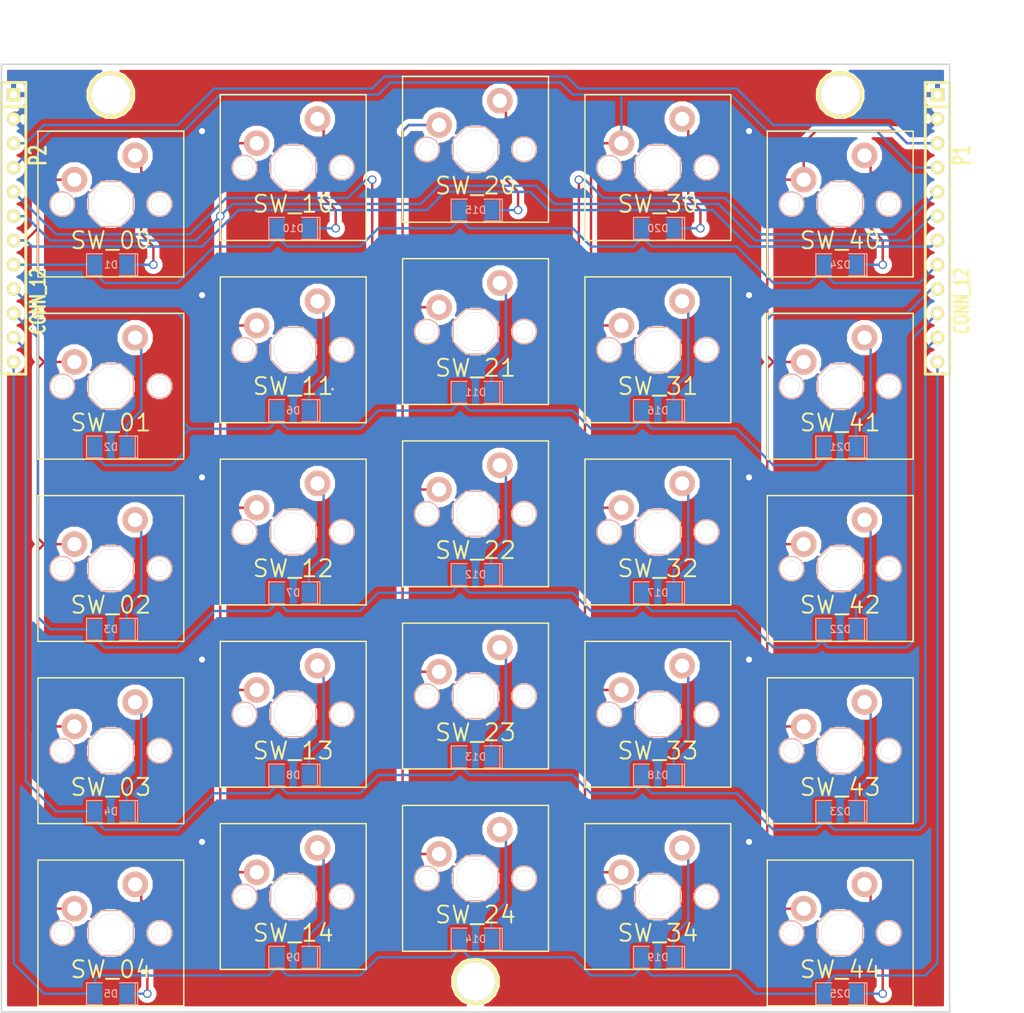
<source format=kicad_pcb>
(kicad_pcb (version 3) (host pcbnew "(2013-jul-07)-stable")
  (layers (15 F.Cu signal) (0 B.Cu signal) (18 B.Paste user) (19 F.Paste user) (20 B.SilkS user) (21 F.SilkS user) (22 B.Mask user) (23 F.Mask user) (28 Edge.Cuts user))
  (net 0 "")
  (net 1 C0)
  (net 2 C1)
  (net 3 C3)
  (net 4 C4)
  (net 5 GND)
  (net 6 N-0000010)
  (net 7 N-0000011)
  (net 8 N-0000012)
  (net 9 N-0000013)
  (net 10 N-0000014)
  (net 11 N-0000015)
  (net 12 N-0000016)
  (net 13 N-0000017)
  (net 14 N-0000019)
  (net 15 N-0000021)
  (net 16 N-0000022)
  (net 17 N-0000023)
  (net 18 N-0000025)
  (net 19 N-000003)
  (net 20 N-0000030)
  (net 21 N-0000031)
  (net 22 N-0000032)
  (net 23 N-0000033)
  (net 24 N-0000035)
  (net 25 N-0000036)
  (net 26 N-000004)
  (net 27 N-000005)
  (net 28 N-000006)
  (net 29 N-000007)
  (net 30 N-000008)
  (net 31 N-000009)
  (net 32 R0)
  (net 33 R1)
  (net 34 R2)
  (net 35 R3)
  (net 36 R4)
  (module SW_PCB_2PIN (layer F.Cu) (at 55.88 93.345)
    (fp_text reference SW8 hide)
    (fp_text value SW_13 (at 0 3.81) (layer F.SilkS) (effects (font (size 1.778 1.778) (thickness 0.2032))))
    (pad 1 thru_hole circle (at 2.54 -5.08) (size 2.667 2.667) (drill 1.4986) (layers *.Cu *.SilkS *.Mask) (net 6 N-0000010))
    (pad 2 thru_hole circle (at -3.81 -2.54) (size 2.667 2.667) (drill 1.4986) (layers *.Cu *.SilkS *.Mask) (net 2 C1))
    (pad HOLE thru_hole circle (at 5.08 0) (size 1.7018 1.7018) (drill 1.7018) (layers *.Cu))
    (pad HOLE thru_hole circle (at -5.08 0) (size 1.7018 1.7018) (drill 1.7018) (layers *.Cu))
    (pad HOLE thru_hole circle (at 0 0) (size 3.9878 3.9878) (drill 3.9878) (layers *.Cu))
  )
  (module SW_PCB_2PIN (layer F.Cu) (at 36.83 97.155)
    (fp_text reference SW4 hide)
    (fp_text value SW_03 (at 0 3.81) (layer F.SilkS) (effects (font (size 1.778 1.778) (thickness 0.2032))))
    (pad 1 thru_hole circle (at 2.54 -5.08) (size 2.667 2.667) (drill 1.4986) (layers *.Cu *.SilkS *.Mask) (net 7 N-0000011))
    (pad 2 thru_hole circle (at -3.81 -2.54) (size 2.667 2.667) (drill 1.4986) (layers *.Cu *.SilkS *.Mask) (net 1 C0))
    (pad HOLE thru_hole circle (at 5.08 0) (size 1.7018 1.7018) (drill 1.7018) (layers *.Cu))
    (pad HOLE thru_hole circle (at -5.08 0) (size 1.7018 1.7018) (drill 1.7018) (layers *.Cu))
    (pad HOLE thru_hole circle (at 0 0) (size 3.9878 3.9878) (drill 3.9878) (layers *.Cu))
  )
  (module SW_PCB_2PIN (layer F.Cu) (at 113.03 78.105)
    (fp_text reference SW22 hide)
    (fp_text value SW_42 (at 0 3.81) (layer F.SilkS) (effects (font (size 1.778 1.778) (thickness 0.2032))))
    (pad 1 thru_hole circle (at 2.54 -5.08) (size 2.667 2.667) (drill 1.4986) (layers *.Cu *.SilkS *.Mask) (net 8 N-0000012))
    (pad 2 thru_hole circle (at -3.81 -2.54) (size 2.667 2.667) (drill 1.4986) (layers *.Cu *.SilkS *.Mask) (net 4 C4))
    (pad HOLE thru_hole circle (at 5.08 0) (size 1.7018 1.7018) (drill 1.7018) (layers *.Cu))
    (pad HOLE thru_hole circle (at -5.08 0) (size 1.7018 1.7018) (drill 1.7018) (layers *.Cu))
    (pad HOLE thru_hole circle (at 0 0) (size 3.9878 3.9878) (drill 3.9878) (layers *.Cu))
  )
  (module SW_PCB_2PIN (layer F.Cu) (at 74.93 91.44)
    (fp_text reference SW13 hide)
    (fp_text value SW_23 (at 0 3.81) (layer F.SilkS) (effects (font (size 1.778 1.778) (thickness 0.2032))))
    (pad 1 thru_hole circle (at 2.54 -5.08) (size 2.667 2.667) (drill 1.4986) (layers *.Cu *.SilkS *.Mask) (net 31 N-000009))
    (pad 2 thru_hole circle (at -3.81 -2.54) (size 2.667 2.667) (drill 1.4986) (layers *.Cu *.SilkS *.Mask) (net 16 N-0000022))
    (pad HOLE thru_hole circle (at 5.08 0) (size 1.7018 1.7018) (drill 1.7018) (layers *.Cu))
    (pad HOLE thru_hole circle (at -5.08 0) (size 1.7018 1.7018) (drill 1.7018) (layers *.Cu))
    (pad HOLE thru_hole circle (at 0 0) (size 3.9878 3.9878) (drill 3.9878) (layers *.Cu))
  )
  (module SW_PCB_2PIN (layer F.Cu) (at 93.98 74.295)
    (fp_text reference SW17 hide)
    (fp_text value SW_32 (at 0 3.81) (layer F.SilkS) (effects (font (size 1.778 1.778) (thickness 0.2032))))
    (pad 1 thru_hole circle (at 2.54 -5.08) (size 2.667 2.667) (drill 1.4986) (layers *.Cu *.SilkS *.Mask) (net 19 N-000003))
    (pad 2 thru_hole circle (at -3.81 -2.54) (size 2.667 2.667) (drill 1.4986) (layers *.Cu *.SilkS *.Mask) (net 3 C3))
    (pad HOLE thru_hole circle (at 5.08 0) (size 1.7018 1.7018) (drill 1.7018) (layers *.Cu))
    (pad HOLE thru_hole circle (at -5.08 0) (size 1.7018 1.7018) (drill 1.7018) (layers *.Cu))
    (pad HOLE thru_hole circle (at 0 0) (size 3.9878 3.9878) (drill 3.9878) (layers *.Cu))
  )
  (module SW_PCB_2PIN (layer F.Cu) (at 74.93 72.39)
    (fp_text reference SW12 hide)
    (fp_text value SW_22 (at 0 3.81) (layer F.SilkS) (effects (font (size 1.778 1.778) (thickness 0.2032))))
    (pad 1 thru_hole circle (at 2.54 -5.08) (size 2.667 2.667) (drill 1.4986) (layers *.Cu *.SilkS *.Mask) (net 26 N-000004))
    (pad 2 thru_hole circle (at -3.81 -2.54) (size 2.667 2.667) (drill 1.4986) (layers *.Cu *.SilkS *.Mask) (net 16 N-0000022))
    (pad HOLE thru_hole circle (at 5.08 0) (size 1.7018 1.7018) (drill 1.7018) (layers *.Cu))
    (pad HOLE thru_hole circle (at -5.08 0) (size 1.7018 1.7018) (drill 1.7018) (layers *.Cu))
    (pad HOLE thru_hole circle (at 0 0) (size 3.9878 3.9878) (drill 3.9878) (layers *.Cu))
  )
  (module SW_PCB_2PIN (layer F.Cu) (at 93.98 93.345)
    (fp_text reference SW18 hide)
    (fp_text value SW_33 (at 0 3.81) (layer F.SilkS) (effects (font (size 1.778 1.778) (thickness 0.2032))))
    (pad 1 thru_hole circle (at 2.54 -5.08) (size 2.667 2.667) (drill 1.4986) (layers *.Cu *.SilkS *.Mask) (net 30 N-000008))
    (pad 2 thru_hole circle (at -3.81 -2.54) (size 2.667 2.667) (drill 1.4986) (layers *.Cu *.SilkS *.Mask) (net 3 C3))
    (pad HOLE thru_hole circle (at 5.08 0) (size 1.7018 1.7018) (drill 1.7018) (layers *.Cu))
    (pad HOLE thru_hole circle (at -5.08 0) (size 1.7018 1.7018) (drill 1.7018) (layers *.Cu))
    (pad HOLE thru_hole circle (at 0 0) (size 3.9878 3.9878) (drill 3.9878) (layers *.Cu))
  )
  (module SW_PCB_2PIN (layer F.Cu) (at 55.88 74.295)
    (fp_text reference SW7 hide)
    (fp_text value SW_12 (at 0 3.81) (layer F.SilkS) (effects (font (size 1.778 1.778) (thickness 0.2032))))
    (pad 1 thru_hole circle (at 2.54 -5.08) (size 2.667 2.667) (drill 1.4986) (layers *.Cu *.SilkS *.Mask) (net 27 N-000005))
    (pad 2 thru_hole circle (at -3.81 -2.54) (size 2.667 2.667) (drill 1.4986) (layers *.Cu *.SilkS *.Mask) (net 2 C1))
    (pad HOLE thru_hole circle (at 5.08 0) (size 1.7018 1.7018) (drill 1.7018) (layers *.Cu))
    (pad HOLE thru_hole circle (at -5.08 0) (size 1.7018 1.7018) (drill 1.7018) (layers *.Cu))
    (pad HOLE thru_hole circle (at 0 0) (size 3.9878 3.9878) (drill 3.9878) (layers *.Cu))
  )
  (module SW_PCB_2PIN (layer F.Cu) (at 36.83 78.105)
    (fp_text reference SW3 hide)
    (fp_text value SW_02 (at 0 3.81) (layer F.SilkS) (effects (font (size 1.778 1.778) (thickness 0.2032))))
    (pad 1 thru_hole circle (at 2.54 -5.08) (size 2.667 2.667) (drill 1.4986) (layers *.Cu *.SilkS *.Mask) (net 28 N-000006))
    (pad 2 thru_hole circle (at -3.81 -2.54) (size 2.667 2.667) (drill 1.4986) (layers *.Cu *.SilkS *.Mask) (net 1 C0))
    (pad HOLE thru_hole circle (at 5.08 0) (size 1.7018 1.7018) (drill 1.7018) (layers *.Cu))
    (pad HOLE thru_hole circle (at -5.08 0) (size 1.7018 1.7018) (drill 1.7018) (layers *.Cu))
    (pad HOLE thru_hole circle (at 0 0) (size 3.9878 3.9878) (drill 3.9878) (layers *.Cu))
  )
  (module SW_PCB_2PIN (layer F.Cu) (at 113.03 97.155)
    (fp_text reference SW23 hide)
    (fp_text value SW_43 (at 0 3.81) (layer F.SilkS) (effects (font (size 1.778 1.778) (thickness 0.2032))))
    (pad 1 thru_hole circle (at 2.54 -5.08) (size 2.667 2.667) (drill 1.4986) (layers *.Cu *.SilkS *.Mask) (net 23 N-0000033))
    (pad 2 thru_hole circle (at -3.81 -2.54) (size 2.667 2.667) (drill 1.4986) (layers *.Cu *.SilkS *.Mask) (net 4 C4))
    (pad HOLE thru_hole circle (at 5.08 0) (size 1.7018 1.7018) (drill 1.7018) (layers *.Cu))
    (pad HOLE thru_hole circle (at -5.08 0) (size 1.7018 1.7018) (drill 1.7018) (layers *.Cu))
    (pad HOLE thru_hole circle (at 0 0) (size 3.9878 3.9878) (drill 3.9878) (layers *.Cu))
  )
  (module SW_PCB_2PIN (layer F.Cu) (at 113.03 59.055)
    (fp_text reference SW21 hide)
    (fp_text value SW_41 (at 0 3.81) (layer F.SilkS) (effects (font (size 1.778 1.778) (thickness 0.2032))))
    (pad 1 thru_hole circle (at 2.54 -5.08) (size 2.667 2.667) (drill 1.4986) (layers *.Cu *.SilkS *.Mask) (net 29 N-000007))
    (pad 2 thru_hole circle (at -3.81 -2.54) (size 2.667 2.667) (drill 1.4986) (layers *.Cu *.SilkS *.Mask) (net 4 C4))
    (pad HOLE thru_hole circle (at 5.08 0) (size 1.7018 1.7018) (drill 1.7018) (layers *.Cu))
    (pad HOLE thru_hole circle (at -5.08 0) (size 1.7018 1.7018) (drill 1.7018) (layers *.Cu))
    (pad HOLE thru_hole circle (at 0 0) (size 3.9878 3.9878) (drill 3.9878) (layers *.Cu))
  )
  (module SW_PCB_2PIN (layer F.Cu) (at 93.98 55.245)
    (fp_text reference SW16 hide)
    (fp_text value SW_31 (at 0 3.81) (layer F.SilkS) (effects (font (size 1.778 1.778) (thickness 0.2032))))
    (pad 1 thru_hole circle (at 2.54 -5.08) (size 2.667 2.667) (drill 1.4986) (layers *.Cu *.SilkS *.Mask) (net 14 N-0000019))
    (pad 2 thru_hole circle (at -3.81 -2.54) (size 2.667 2.667) (drill 1.4986) (layers *.Cu *.SilkS *.Mask) (net 3 C3))
    (pad HOLE thru_hole circle (at 5.08 0) (size 1.7018 1.7018) (drill 1.7018) (layers *.Cu))
    (pad HOLE thru_hole circle (at -5.08 0) (size 1.7018 1.7018) (drill 1.7018) (layers *.Cu))
    (pad HOLE thru_hole circle (at 0 0) (size 3.9878 3.9878) (drill 3.9878) (layers *.Cu))
  )
  (module SW_PCB_2PIN (layer F.Cu) (at 36.83 116.205)
    (fp_text reference SW5 hide)
    (fp_text value SW_04 (at 0 3.81) (layer F.SilkS) (effects (font (size 1.778 1.778) (thickness 0.2032))))
    (pad 1 thru_hole circle (at 2.54 -5.08) (size 2.667 2.667) (drill 1.4986) (layers *.Cu *.SilkS *.Mask) (net 22 N-0000032))
    (pad 2 thru_hole circle (at -3.81 -2.54) (size 2.667 2.667) (drill 1.4986) (layers *.Cu *.SilkS *.Mask) (net 1 C0))
    (pad HOLE thru_hole circle (at 5.08 0) (size 1.7018 1.7018) (drill 1.7018) (layers *.Cu))
    (pad HOLE thru_hole circle (at -5.08 0) (size 1.7018 1.7018) (drill 1.7018) (layers *.Cu))
    (pad HOLE thru_hole circle (at 0 0) (size 3.9878 3.9878) (drill 3.9878) (layers *.Cu))
  )
  (module SW_PCB_2PIN (layer F.Cu) (at 74.93 53.34)
    (fp_text reference SW11 hide)
    (fp_text value SW_21 (at 0 3.81) (layer F.SilkS) (effects (font (size 1.778 1.778) (thickness 0.2032))))
    (pad 1 thru_hole circle (at 2.54 -5.08) (size 2.667 2.667) (drill 1.4986) (layers *.Cu *.SilkS *.Mask) (net 15 N-0000021))
    (pad 2 thru_hole circle (at -3.81 -2.54) (size 2.667 2.667) (drill 1.4986) (layers *.Cu *.SilkS *.Mask) (net 16 N-0000022))
    (pad HOLE thru_hole circle (at 5.08 0) (size 1.7018 1.7018) (drill 1.7018) (layers *.Cu))
    (pad HOLE thru_hole circle (at -5.08 0) (size 1.7018 1.7018) (drill 1.7018) (layers *.Cu))
    (pad HOLE thru_hole circle (at 0 0) (size 3.9878 3.9878) (drill 3.9878) (layers *.Cu))
  )
  (module SW_PCB_2PIN (layer F.Cu) (at 55.88 55.245)
    (fp_text reference SW6 hide)
    (fp_text value SW_11 (at 0 3.81) (layer F.SilkS) (effects (font (size 1.778 1.778) (thickness 0.2032))))
    (pad 1 thru_hole circle (at 2.54 -5.08) (size 2.667 2.667) (drill 1.4986) (layers *.Cu *.SilkS *.Mask) (net 17 N-0000023))
    (pad 2 thru_hole circle (at -3.81 -2.54) (size 2.667 2.667) (drill 1.4986) (layers *.Cu *.SilkS *.Mask) (net 2 C1))
    (pad HOLE thru_hole circle (at 5.08 0) (size 1.7018 1.7018) (drill 1.7018) (layers *.Cu))
    (pad HOLE thru_hole circle (at -5.08 0) (size 1.7018 1.7018) (drill 1.7018) (layers *.Cu))
    (pad HOLE thru_hole circle (at 0 0) (size 3.9878 3.9878) (drill 3.9878) (layers *.Cu))
  )
  (module SW_PCB_2PIN (layer F.Cu) (at 55.88 112.395)
    (fp_text reference SW9 hide)
    (fp_text value SW_14 (at 0 3.81) (layer F.SilkS) (effects (font (size 1.778 1.778) (thickness 0.2032))))
    (pad 1 thru_hole circle (at 2.54 -5.08) (size 2.667 2.667) (drill 1.4986) (layers *.Cu *.SilkS *.Mask) (net 21 N-0000031))
    (pad 2 thru_hole circle (at -3.81 -2.54) (size 2.667 2.667) (drill 1.4986) (layers *.Cu *.SilkS *.Mask) (net 2 C1))
    (pad HOLE thru_hole circle (at 5.08 0) (size 1.7018 1.7018) (drill 1.7018) (layers *.Cu))
    (pad HOLE thru_hole circle (at -5.08 0) (size 1.7018 1.7018) (drill 1.7018) (layers *.Cu))
    (pad HOLE thru_hole circle (at 0 0) (size 3.9878 3.9878) (drill 3.9878) (layers *.Cu))
  )
  (module SW_PCB_2PIN (layer F.Cu) (at 36.83 40.005)
    (fp_text reference SW1 hide)
    (fp_text value SW_00 (at 0 3.81) (layer F.SilkS) (effects (font (size 1.778 1.778) (thickness 0.2032))))
    (pad 1 thru_hole circle (at 2.54 -5.08) (size 2.667 2.667) (drill 1.4986) (layers *.Cu *.SilkS *.Mask) (net 13 N-0000017))
    (pad 2 thru_hole circle (at -3.81 -2.54) (size 2.667 2.667) (drill 1.4986) (layers *.Cu *.SilkS *.Mask) (net 1 C0))
    (pad HOLE thru_hole circle (at 5.08 0) (size 1.7018 1.7018) (drill 1.7018) (layers *.Cu))
    (pad HOLE thru_hole circle (at -5.08 0) (size 1.7018 1.7018) (drill 1.7018) (layers *.Cu))
    (pad HOLE thru_hole circle (at 0 0) (size 3.9878 3.9878) (drill 3.9878) (layers *.Cu))
  )
  (module SW_PCB_2PIN (layer F.Cu) (at 36.83 59.055)
    (fp_text reference SW2 hide)
    (fp_text value SW_01 (at 0 3.81) (layer F.SilkS) (effects (font (size 1.778 1.778) (thickness 0.2032))))
    (pad 1 thru_hole circle (at 2.54 -5.08) (size 2.667 2.667) (drill 1.4986) (layers *.Cu *.SilkS *.Mask) (net 18 N-0000025))
    (pad 2 thru_hole circle (at -3.81 -2.54) (size 2.667 2.667) (drill 1.4986) (layers *.Cu *.SilkS *.Mask) (net 1 C0))
    (pad HOLE thru_hole circle (at 5.08 0) (size 1.7018 1.7018) (drill 1.7018) (layers *.Cu))
    (pad HOLE thru_hole circle (at -5.08 0) (size 1.7018 1.7018) (drill 1.7018) (layers *.Cu))
    (pad HOLE thru_hole circle (at 0 0) (size 3.9878 3.9878) (drill 3.9878) (layers *.Cu))
  )
  (module SW_PCB_2PIN (layer F.Cu) (at 113.03 40.005)
    (fp_text reference SW24 hide)
    (fp_text value SW_40 (at 0 3.81) (layer F.SilkS) (effects (font (size 1.778 1.778) (thickness 0.2032))))
    (pad 1 thru_hole circle (at 2.54 -5.08) (size 2.667 2.667) (drill 1.4986) (layers *.Cu *.SilkS *.Mask) (net 11 N-0000015))
    (pad 2 thru_hole circle (at -3.81 -2.54) (size 2.667 2.667) (drill 1.4986) (layers *.Cu *.SilkS *.Mask) (net 4 C4))
    (pad HOLE thru_hole circle (at 5.08 0) (size 1.7018 1.7018) (drill 1.7018) (layers *.Cu))
    (pad HOLE thru_hole circle (at -5.08 0) (size 1.7018 1.7018) (drill 1.7018) (layers *.Cu))
    (pad HOLE thru_hole circle (at 0 0) (size 3.9878 3.9878) (drill 3.9878) (layers *.Cu))
  )
  (module SW_PCB_2PIN (layer F.Cu) (at 93.98 36.195)
    (fp_text reference SW20 hide)
    (fp_text value SW_30 (at 0 3.81) (layer F.SilkS) (effects (font (size 1.778 1.778) (thickness 0.2032))))
    (pad 1 thru_hole circle (at 2.54 -5.08) (size 2.667 2.667) (drill 1.4986) (layers *.Cu *.SilkS *.Mask) (net 9 N-0000013))
    (pad 2 thru_hole circle (at -3.81 -2.54) (size 2.667 2.667) (drill 1.4986) (layers *.Cu *.SilkS *.Mask) (net 3 C3))
    (pad HOLE thru_hole circle (at 5.08 0) (size 1.7018 1.7018) (drill 1.7018) (layers *.Cu))
    (pad HOLE thru_hole circle (at -5.08 0) (size 1.7018 1.7018) (drill 1.7018) (layers *.Cu))
    (pad HOLE thru_hole circle (at 0 0) (size 3.9878 3.9878) (drill 3.9878) (layers *.Cu))
  )
  (module SW_PCB_2PIN (layer F.Cu) (at 74.93 34.29)
    (fp_text reference SW15 hide)
    (fp_text value SW_20 (at 0 3.81) (layer F.SilkS) (effects (font (size 1.778 1.778) (thickness 0.2032))))
    (pad 1 thru_hole circle (at 2.54 -5.08) (size 2.667 2.667) (drill 1.4986) (layers *.Cu *.SilkS *.Mask) (net 10 N-0000014))
    (pad 2 thru_hole circle (at -3.81 -2.54) (size 2.667 2.667) (drill 1.4986) (layers *.Cu *.SilkS *.Mask) (net 16 N-0000022))
    (pad HOLE thru_hole circle (at 5.08 0) (size 1.7018 1.7018) (drill 1.7018) (layers *.Cu))
    (pad HOLE thru_hole circle (at -5.08 0) (size 1.7018 1.7018) (drill 1.7018) (layers *.Cu))
    (pad HOLE thru_hole circle (at 0 0) (size 3.9878 3.9878) (drill 3.9878) (layers *.Cu))
  )
  (module SW_PCB_2PIN (layer F.Cu) (at 55.88 36.195)
    (fp_text reference SW10 hide)
    (fp_text value SW_10 (at 0 3.81) (layer F.SilkS) (effects (font (size 1.778 1.778) (thickness 0.2032))))
    (pad 1 thru_hole circle (at 2.54 -5.08) (size 2.667 2.667) (drill 1.4986) (layers *.Cu *.SilkS *.Mask) (net 12 N-0000016))
    (pad 2 thru_hole circle (at -3.81 -2.54) (size 2.667 2.667) (drill 1.4986) (layers *.Cu *.SilkS *.Mask) (net 2 C1))
    (pad HOLE thru_hole circle (at 5.08 0) (size 1.7018 1.7018) (drill 1.7018) (layers *.Cu))
    (pad HOLE thru_hole circle (at -5.08 0) (size 1.7018 1.7018) (drill 1.7018) (layers *.Cu))
    (pad HOLE thru_hole circle (at 0 0) (size 3.9878 3.9878) (drill 3.9878) (layers *.Cu))
  )
  (module SW_PCB_2PIN (layer F.Cu) (at 74.93 110.49)
    (fp_text reference SW14 hide)
    (fp_text value SW_24 (at 0 3.81) (layer F.SilkS) (effects (font (size 1.778 1.778) (thickness 0.2032))))
    (pad 1 thru_hole circle (at 2.54 -5.08) (size 2.667 2.667) (drill 1.4986) (layers *.Cu *.SilkS *.Mask) (net 20 N-0000030))
    (pad 2 thru_hole circle (at -3.81 -2.54) (size 2.667 2.667) (drill 1.4986) (layers *.Cu *.SilkS *.Mask) (net 16 N-0000022))
    (pad HOLE thru_hole circle (at 5.08 0) (size 1.7018 1.7018) (drill 1.7018) (layers *.Cu))
    (pad HOLE thru_hole circle (at -5.08 0) (size 1.7018 1.7018) (drill 1.7018) (layers *.Cu))
    (pad HOLE thru_hole circle (at 0 0) (size 3.9878 3.9878) (drill 3.9878) (layers *.Cu))
  )
  (module SW_PCB_2PIN (layer F.Cu) (at 93.98 112.395)
    (fp_text reference SW19 hide)
    (fp_text value SW_34 (at 0 3.81) (layer F.SilkS) (effects (font (size 1.778 1.778) (thickness 0.2032))))
    (pad 1 thru_hole circle (at 2.54 -5.08) (size 2.667 2.667) (drill 1.4986) (layers *.Cu *.SilkS *.Mask) (net 25 N-0000036))
    (pad 2 thru_hole circle (at -3.81 -2.54) (size 2.667 2.667) (drill 1.4986) (layers *.Cu *.SilkS *.Mask) (net 3 C3))
    (pad HOLE thru_hole circle (at 5.08 0) (size 1.7018 1.7018) (drill 1.7018) (layers *.Cu))
    (pad HOLE thru_hole circle (at -5.08 0) (size 1.7018 1.7018) (drill 1.7018) (layers *.Cu))
    (pad HOLE thru_hole circle (at 0 0) (size 3.9878 3.9878) (drill 3.9878) (layers *.Cu))
  )
  (module SW_PCB_2PIN (layer F.Cu) (at 113.03 116.205)
    (fp_text reference SW25 hide)
    (fp_text value SW_44 (at 0 3.81) (layer F.SilkS) (effects (font (size 1.778 1.778) (thickness 0.2032))))
    (pad 1 thru_hole circle (at 2.54 -5.08) (size 2.667 2.667) (drill 1.4986) (layers *.Cu *.SilkS *.Mask) (net 24 N-0000035))
    (pad 2 thru_hole circle (at -3.81 -2.54) (size 2.667 2.667) (drill 1.4986) (layers *.Cu *.SilkS *.Mask) (net 4 C4))
    (pad HOLE thru_hole circle (at 5.08 0) (size 1.7018 1.7018) (drill 1.7018) (layers *.Cu))
    (pad HOLE thru_hole circle (at -5.08 0) (size 1.7018 1.7018) (drill 1.7018) (layers *.Cu))
    (pad HOLE thru_hole circle (at 0 0) (size 3.9878 3.9878) (drill 3.9878) (layers *.Cu))
  )
  (module SM1206POL (layer B.Cu) (at 93.98 118.745 180)
    (fp_text reference D19 (at 0 0 180) (layer B.SilkS) (effects (font (size 0.762 0.762) (thickness 0.127)) (justify mirror)))
    (fp_text value DIODE hide)
    (pad 1 smd rect (at -1.651 0 180) (size 1.524 2.032) (layers B.Cu B.Paste B.Mask) (net 25 N-0000036))
    (pad 2 smd rect (at 1.651 0 180) (size 1.524 2.032) (layers B.Cu B.Paste B.Mask) (net 36 R4))
  )
  (module SM1206POL (layer B.Cu) (at 55.88 99.695 180)
    (fp_text reference D8 (at 0 0 180) (layer B.SilkS) (effects (font (size 0.762 0.762) (thickness 0.127)) (justify mirror)))
    (fp_text value DIODE hide)
    (pad 1 smd rect (at -1.651 0 180) (size 1.524 2.032) (layers B.Cu B.Paste B.Mask) (net 6 N-0000010))
    (pad 2 smd rect (at 1.651 0 180) (size 1.524 2.032) (layers B.Cu B.Paste B.Mask) (net 35 R3))
  )
  (module SM1206POL (layer B.Cu) (at 74.93 116.84 180)
    (fp_text reference D14 (at 0 0 180) (layer B.SilkS) (effects (font (size 0.762 0.762) (thickness 0.127)) (justify mirror)))
    (fp_text value DIODE hide)
    (pad 1 smd rect (at -1.651 0 180) (size 1.524 2.032) (layers B.Cu B.Paste B.Mask) (net 20 N-0000030))
    (pad 2 smd rect (at 1.651 0 180) (size 1.524 2.032) (layers B.Cu B.Paste B.Mask) (net 36 R4))
  )
  (module SM1206POL (layer B.Cu) (at 74.93 97.79 180)
    (fp_text reference D13 (at 0 0 180) (layer B.SilkS) (effects (font (size 0.762 0.762) (thickness 0.127)) (justify mirror)))
    (fp_text value DIODE hide)
    (pad 1 smd rect (at -1.651 0 180) (size 1.524 2.032) (layers B.Cu B.Paste B.Mask) (net 31 N-000009))
    (pad 2 smd rect (at 1.651 0 180) (size 1.524 2.032) (layers B.Cu B.Paste B.Mask) (net 35 R3))
  )
  (module SM1206POL (layer B.Cu) (at 55.88 118.745 180)
    (fp_text reference D9 (at 0 0 180) (layer B.SilkS) (effects (font (size 0.762 0.762) (thickness 0.127)) (justify mirror)))
    (fp_text value DIODE hide)
    (pad 1 smd rect (at -1.651 0 180) (size 1.524 2.032) (layers B.Cu B.Paste B.Mask) (net 21 N-0000031))
    (pad 2 smd rect (at 1.651 0 180) (size 1.524 2.032) (layers B.Cu B.Paste B.Mask) (net 36 R4))
  )
  (module SM1206POL (layer B.Cu) (at 93.98 99.695 180)
    (fp_text reference D18 (at 0 0 180) (layer B.SilkS) (effects (font (size 0.762 0.762) (thickness 0.127)) (justify mirror)))
    (fp_text value DIODE hide)
    (pad 1 smd rect (at -1.651 0 180) (size 1.524 2.032) (layers B.Cu B.Paste B.Mask) (net 30 N-000008))
    (pad 2 smd rect (at 1.651 0 180) (size 1.524 2.032) (layers B.Cu B.Paste B.Mask) (net 35 R3))
  )
  (module SM1206POL (layer B.Cu) (at 113.03 103.505 180)
    (fp_text reference D23 (at 0 0 180) (layer B.SilkS) (effects (font (size 0.762 0.762) (thickness 0.127)) (justify mirror)))
    (fp_text value DIODE hide)
    (pad 1 smd rect (at -1.651 0 180) (size 1.524 2.032) (layers B.Cu B.Paste B.Mask) (net 23 N-0000033))
    (pad 2 smd rect (at 1.651 0 180) (size 1.524 2.032) (layers B.Cu B.Paste B.Mask) (net 35 R3))
  )
  (module SM1206POL (layer B.Cu) (at 36.83 122.555 180)
    (fp_text reference D5 (at 0 0 180) (layer B.SilkS) (effects (font (size 0.762 0.762) (thickness 0.127)) (justify mirror)))
    (fp_text value DIODE hide)
    (pad 1 smd rect (at -1.651 0 180) (size 1.524 2.032) (layers B.Cu B.Paste B.Mask) (net 22 N-0000032))
    (pad 2 smd rect (at 1.651 0 180) (size 1.524 2.032) (layers B.Cu B.Paste B.Mask) (net 36 R4))
  )
  (module SM1206POL (layer B.Cu) (at 36.83 46.355 180)
    (fp_text reference D1 (at 0 0 180) (layer B.SilkS) (effects (font (size 0.762 0.762) (thickness 0.127)) (justify mirror)))
    (fp_text value DIODE hide)
    (pad 1 smd rect (at -1.651 0 180) (size 1.524 2.032) (layers B.Cu B.Paste B.Mask) (net 13 N-0000017))
    (pad 2 smd rect (at 1.651 0 180) (size 1.524 2.032) (layers B.Cu B.Paste B.Mask) (net 32 R0))
  )
  (module SM1206POL (layer B.Cu) (at 55.88 42.545 180)
    (fp_text reference D10 (at 0 0 180) (layer B.SilkS) (effects (font (size 0.762 0.762) (thickness 0.127)) (justify mirror)))
    (fp_text value DIODE hide)
    (pad 1 smd rect (at -1.651 0 180) (size 1.524 2.032) (layers B.Cu B.Paste B.Mask) (net 12 N-0000016))
    (pad 2 smd rect (at 1.651 0 180) (size 1.524 2.032) (layers B.Cu B.Paste B.Mask) (net 32 R0))
  )
  (module SM1206POL (layer B.Cu) (at 74.93 40.64 180)
    (fp_text reference D15 (at 0 0 180) (layer B.SilkS) (effects (font (size 0.762 0.762) (thickness 0.127)) (justify mirror)))
    (fp_text value DIODE hide)
    (pad 1 smd rect (at -1.651 0 180) (size 1.524 2.032) (layers B.Cu B.Paste B.Mask) (net 10 N-0000014))
    (pad 2 smd rect (at 1.651 0 180) (size 1.524 2.032) (layers B.Cu B.Paste B.Mask) (net 32 R0))
  )
  (module SM1206POL (layer B.Cu) (at 93.98 42.545 180)
    (fp_text reference D20 (at 0 0 180) (layer B.SilkS) (effects (font (size 0.762 0.762) (thickness 0.127)) (justify mirror)))
    (fp_text value DIODE hide)
    (pad 1 smd rect (at -1.651 0 180) (size 1.524 2.032) (layers B.Cu B.Paste B.Mask) (net 9 N-0000013))
    (pad 2 smd rect (at 1.651 0 180) (size 1.524 2.032) (layers B.Cu B.Paste B.Mask) (net 32 R0))
  )
  (module SM1206POL (layer B.Cu) (at 113.03 46.355 180)
    (fp_text reference D24 (at 0 0 180) (layer B.SilkS) (effects (font (size 0.762 0.762) (thickness 0.127)) (justify mirror)))
    (fp_text value DIODE hide)
    (pad 1 smd rect (at -1.651 0 180) (size 1.524 2.032) (layers B.Cu B.Paste B.Mask) (net 11 N-0000015))
    (pad 2 smd rect (at 1.651 0 180) (size 1.524 2.032) (layers B.Cu B.Paste B.Mask) (net 32 R0))
  )
  (module SM1206POL (layer B.Cu) (at 36.83 65.405 180)
    (fp_text reference D2 (at 0 0 180) (layer B.SilkS) (effects (font (size 0.762 0.762) (thickness 0.127)) (justify mirror)))
    (fp_text value DIODE hide)
    (pad 1 smd rect (at -1.651 0 180) (size 1.524 2.032) (layers B.Cu B.Paste B.Mask) (net 18 N-0000025))
    (pad 2 smd rect (at 1.651 0 180) (size 1.524 2.032) (layers B.Cu B.Paste B.Mask) (net 33 R1))
  )
  (module SM1206POL (layer B.Cu) (at 55.88 61.595 180)
    (fp_text reference D6 (at 0 0 180) (layer B.SilkS) (effects (font (size 0.762 0.762) (thickness 0.127)) (justify mirror)))
    (fp_text value DIODE hide)
    (pad 1 smd rect (at -1.651 0 180) (size 1.524 2.032) (layers B.Cu B.Paste B.Mask) (net 17 N-0000023))
    (pad 2 smd rect (at 1.651 0 180) (size 1.524 2.032) (layers B.Cu B.Paste B.Mask) (net 33 R1))
  )
  (module SM1206POL (layer B.Cu) (at 74.93 59.69 180)
    (fp_text reference D11 (at 0 0 180) (layer B.SilkS) (effects (font (size 0.762 0.762) (thickness 0.127)) (justify mirror)))
    (fp_text value DIODE hide)
    (pad 1 smd rect (at -1.651 0 180) (size 1.524 2.032) (layers B.Cu B.Paste B.Mask) (net 15 N-0000021))
    (pad 2 smd rect (at 1.651 0 180) (size 1.524 2.032) (layers B.Cu B.Paste B.Mask) (net 33 R1))
  )
  (module SM1206POL (layer B.Cu) (at 93.98 61.595 180)
    (fp_text reference D16 (at 0 0 180) (layer B.SilkS) (effects (font (size 0.762 0.762) (thickness 0.127)) (justify mirror)))
    (fp_text value DIODE hide)
    (pad 1 smd rect (at -1.651 0 180) (size 1.524 2.032) (layers B.Cu B.Paste B.Mask) (net 14 N-0000019))
    (pad 2 smd rect (at 1.651 0 180) (size 1.524 2.032) (layers B.Cu B.Paste B.Mask) (net 33 R1))
  )
  (module SM1206POL (layer B.Cu) (at 113.03 65.405 180)
    (fp_text reference D21 (at 0 0 180) (layer B.SilkS) (effects (font (size 0.762 0.762) (thickness 0.127)) (justify mirror)))
    (fp_text value DIODE hide)
    (pad 1 smd rect (at -1.651 0 180) (size 1.524 2.032) (layers B.Cu B.Paste B.Mask) (net 29 N-000007))
    (pad 2 smd rect (at 1.651 0 180) (size 1.524 2.032) (layers B.Cu B.Paste B.Mask) (net 33 R1))
  )
  (module SM1206POL (layer B.Cu) (at 36.83 84.455 180)
    (fp_text reference D3 (at 0 0 180) (layer B.SilkS) (effects (font (size 0.762 0.762) (thickness 0.127)) (justify mirror)))
    (fp_text value DIODE hide)
    (pad 1 smd rect (at -1.651 0 180) (size 1.524 2.032) (layers B.Cu B.Paste B.Mask) (net 28 N-000006))
    (pad 2 smd rect (at 1.651 0 180) (size 1.524 2.032) (layers B.Cu B.Paste B.Mask) (net 34 R2))
  )
  (module SM1206POL (layer B.Cu) (at 55.88 80.645 180)
    (fp_text reference D7 (at 0 0 180) (layer B.SilkS) (effects (font (size 0.762 0.762) (thickness 0.127)) (justify mirror)))
    (fp_text value DIODE hide)
    (pad 1 smd rect (at -1.651 0 180) (size 1.524 2.032) (layers B.Cu B.Paste B.Mask) (net 27 N-000005))
    (pad 2 smd rect (at 1.651 0 180) (size 1.524 2.032) (layers B.Cu B.Paste B.Mask) (net 34 R2))
  )
  (module SM1206POL (layer B.Cu) (at 74.93 78.74 180)
    (fp_text reference D12 (at 0 0 180) (layer B.SilkS) (effects (font (size 0.762 0.762) (thickness 0.127)) (justify mirror)))
    (fp_text value DIODE hide)
    (pad 1 smd rect (at -1.651 0 180) (size 1.524 2.032) (layers B.Cu B.Paste B.Mask) (net 26 N-000004))
    (pad 2 smd rect (at 1.651 0 180) (size 1.524 2.032) (layers B.Cu B.Paste B.Mask) (net 34 R2))
  )
  (module SM1206POL (layer B.Cu) (at 93.98 80.645 180)
    (fp_text reference D17 (at 0 0 180) (layer B.SilkS) (effects (font (size 0.762 0.762) (thickness 0.127)) (justify mirror)))
    (fp_text value DIODE hide)
    (pad 1 smd rect (at -1.651 0 180) (size 1.524 2.032) (layers B.Cu B.Paste B.Mask) (net 19 N-000003))
    (pad 2 smd rect (at 1.651 0 180) (size 1.524 2.032) (layers B.Cu B.Paste B.Mask) (net 34 R2))
  )
  (module SM1206POL (layer B.Cu) (at 113.03 84.455 180)
    (fp_text reference D22 (at 0 0 180) (layer B.SilkS) (effects (font (size 0.762 0.762) (thickness 0.127)) (justify mirror)))
    (fp_text value DIODE hide)
    (pad 1 smd rect (at -1.651 0 180) (size 1.524 2.032) (layers B.Cu B.Paste B.Mask) (net 8 N-0000012))
    (pad 2 smd rect (at 1.651 0 180) (size 1.524 2.032) (layers B.Cu B.Paste B.Mask) (net 34 R2))
  )
  (module SM1206POL (layer B.Cu) (at 36.83 103.505 180)
    (fp_text reference D4 (at 0 0 180) (layer B.SilkS) (effects (font (size 0.762 0.762) (thickness 0.127)) (justify mirror)))
    (fp_text value DIODE hide)
    (pad 1 smd rect (at -1.651 0 180) (size 1.524 2.032) (layers B.Cu B.Paste B.Mask) (net 7 N-0000011))
    (pad 2 smd rect (at 1.651 0 180) (size 1.524 2.032) (layers B.Cu B.Paste B.Mask) (net 35 R3))
  )
  (module SM1206POL (layer B.Cu) (at 113.03 122.555 180)
    (fp_text reference D25 (at 0 0 180) (layer B.SilkS) (effects (font (size 0.762 0.762) (thickness 0.127)) (justify mirror)))
    (fp_text value DIODE hide)
    (pad 1 smd rect (at -1.651 0 180) (size 1.524 2.032) (layers B.Cu B.Paste B.Mask) (net 24 N-0000035))
    (pad 2 smd rect (at 1.651 0 180) (size 1.524 2.032) (layers B.Cu B.Paste B.Mask) (net 36 R4))
  )
  (module 1pin (layer F.Cu) (at 113.03 28.575)
    (fp_text reference 1PIN hide)
    (fp_text value P*** hide)
    (pad HOLE thru_hole circle (at 0 0) (size 4.064 4.064) (drill 4.064) (layers *.Cu))
  )
  (module 1pin (layer F.Cu) (at 36.83 28.575)
    (fp_text reference 1PIN hide)
    (fp_text value P*** hide)
    (pad HOLE thru_hole circle (at 0 0) (size 4.064 4.064) (drill 4.064) (layers *.Cu))
  )
  (module 1pin (layer F.Cu) (at 74.93 121.285)
    (fp_text reference 1PIN hide)
    (fp_text value P*** hide)
    (pad HOLE thru_hole circle (at 0 0) (size 4.064 4.064) (drill 4.064) (layers *.Cu))
  )
  (module SIL-12 (layer F.Cu) (at 123.19 42.545 270)
    (fp_text reference P1 (at -7.62 -2.54 270) (layer F.SilkS) (effects (font (size 1.72974 1.08712) (thickness 0.3048))))
    (fp_text value CONN_12 (at 7.62 -2.54 270) (layer F.SilkS) (effects (font (size 1.524 1.016) (thickness 0.3048))))
    (pad 1 thru_hole rect (at -13.97 0 270) (size 1.397 1.397) (drill 0.8128) (layers *.Cu *.Mask F.SilkS) (net 5 GND))
    (pad 2 thru_hole circle (at -11.43 0 270) (size 1.397 1.397) (drill 0.8128) (layers *.Cu *.Mask F.SilkS) (net 5 GND))
    (pad 3 thru_hole circle (at -8.89 0 270) (size 1.397 1.397) (drill 0.8128) (layers *.Cu *.Mask F.SilkS) (net 4 C4))
    (pad 4 thru_hole circle (at -6.35 0 270) (size 1.397 1.397) (drill 0.8128) (layers *.Cu *.Mask F.SilkS) (net 3 C3))
    (pad 5 thru_hole circle (at -3.81 0 270) (size 1.397 1.397) (drill 0.8128) (layers *.Cu *.Mask F.SilkS) (net 16 N-0000022))
    (pad 6 thru_hole circle (at -1.27 0 270) (size 1.397 1.397) (drill 0.8128) (layers *.Cu *.Mask F.SilkS) (net 2 C1))
    (pad 7 thru_hole circle (at 1.27 0 270) (size 1.397 1.397) (drill 0.8128) (layers *.Cu *.Mask F.SilkS) (net 1 C0))
    (pad 8 thru_hole circle (at 3.81 0 270) (size 1.397 1.397) (drill 0.8128) (layers *.Cu *.Mask F.SilkS) (net 32 R0))
    (pad 9 thru_hole circle (at 6.35 0 270) (size 1.397 1.397) (drill 0.8128) (layers *.Cu *.Mask F.SilkS) (net 33 R1))
    (pad 10 thru_hole circle (at 8.89 0 270) (size 1.397 1.397) (drill 0.8128) (layers *.Cu *.Mask F.SilkS) (net 34 R2))
    (pad 11 thru_hole circle (at 11.43 0 270) (size 1.397 1.397) (drill 0.8128) (layers *.Cu *.Mask F.SilkS) (net 35 R3))
    (pad 12 thru_hole circle (at 13.97 0 270) (size 1.397 1.397) (drill 0.8128) (layers *.Cu *.Mask F.SilkS) (net 36 R4))
  )
  (module SIL-12 (layer F.Cu) (at 26.67 42.545 270)
    (fp_text reference P2 (at -7.62 -2.54 270) (layer F.SilkS) (effects (font (size 1.72974 1.08712) (thickness 0.3048))))
    (fp_text value CONN_12 (at 7.62 -2.54 270) (layer F.SilkS) (effects (font (size 1.524 1.016) (thickness 0.3048))))
    (pad 1 thru_hole rect (at -13.97 0 270) (size 1.397 1.397) (drill 0.8128) (layers *.Cu *.Mask F.SilkS) (net 5 GND))
    (pad 2 thru_hole circle (at -11.43 0 270) (size 1.397 1.397) (drill 0.8128) (layers *.Cu *.Mask F.SilkS) (net 5 GND))
    (pad 3 thru_hole circle (at -8.89 0 270) (size 1.397 1.397) (drill 0.8128) (layers *.Cu *.Mask F.SilkS) (net 4 C4))
    (pad 4 thru_hole circle (at -6.35 0 270) (size 1.397 1.397) (drill 0.8128) (layers *.Cu *.Mask F.SilkS) (net 3 C3))
    (pad 5 thru_hole circle (at -3.81 0 270) (size 1.397 1.397) (drill 0.8128) (layers *.Cu *.Mask F.SilkS) (net 16 N-0000022))
    (pad 6 thru_hole circle (at -1.27 0 270) (size 1.397 1.397) (drill 0.8128) (layers *.Cu *.Mask F.SilkS) (net 2 C1))
    (pad 7 thru_hole circle (at 1.27 0 270) (size 1.397 1.397) (drill 0.8128) (layers *.Cu *.Mask F.SilkS) (net 1 C0))
    (pad 8 thru_hole circle (at 3.81 0 270) (size 1.397 1.397) (drill 0.8128) (layers *.Cu *.Mask F.SilkS) (net 32 R0))
    (pad 9 thru_hole circle (at 6.35 0 270) (size 1.397 1.397) (drill 0.8128) (layers *.Cu *.Mask F.SilkS) (net 33 R1))
    (pad 10 thru_hole circle (at 8.89 0 270) (size 1.397 1.397) (drill 0.8128) (layers *.Cu *.Mask F.SilkS) (net 34 R2))
    (pad 11 thru_hole circle (at 11.43 0 270) (size 1.397 1.397) (drill 0.8128) (layers *.Cu *.Mask F.SilkS) (net 35 R3))
    (pad 12 thru_hole circle (at 13.97 0 270) (size 1.397 1.397) (drill 0.8128) (layers *.Cu *.Mask F.SilkS) (net 36 R4))
  )
  (gr_line (start 25.4 124.46) (end 25.4 25.4) (angle 90) (layer Edge.Cuts) (width 0.15))
  (gr_line (start 124.46 25.4) (end 25.4 25.4) (angle 90) (layer Edge.Cuts) (width 0.15))
  (gr_line (start 124.46 124.46) (end 25.4 124.46) (angle 90) (layer Edge.Cuts) (width 0.15))
  (gr_line (start 124.46 25.4) (end 124.46 124.46) (angle 90) (layer Edge.Cuts) (width 0.15))
  (target plus (at 59.99 59.355) (size 0.005) (width 0.15) (layer Edge.Cuts))
  (segment (start 29.21 59.69) (end 29.21 66.04) (width 0.254) (layer F.Cu) (net 1))
  (segment (start 29.21 66.04) (end 29.21 74.93) (width 0.254) (layer F.Cu) (net 1))
  (segment (start 29.21 74.93) (end 29.845 75.565) (width 0.254) (layer F.Cu) (net 1))
  (segment (start 33.02 75.565) (end 29.845 75.565) (width 0.254) (layer F.Cu) (net 1))
  (segment (start 29.845 75.565) (end 29.21 76.2) (width 0.254) (layer F.Cu) (net 1))
  (segment (start 29.21 93.98) (end 29.845 94.615) (width 0.254) (layer F.Cu) (net 1))
  (segment (start 29.21 76.2) (end 29.21 93.98) (width 0.254) (layer F.Cu) (net 1))
  (segment (start 29.845 94.615) (end 33.02 94.615) (width 0.254) (layer F.Cu) (net 1))
  (segment (start 29.845 56.515) (end 29.21 57.15) (width 0.254) (layer F.Cu) (net 1))
  (segment (start 29.21 57.15) (end 29.21 59.69) (width 0.254) (layer F.Cu) (net 1))
  (segment (start 33.02 37.465) (end 29.845 37.465) (width 0.254) (layer F.Cu) (net 1))
  (segment (start 29.845 37.465) (end 29.21 38.1) (width 0.254) (layer F.Cu) (net 1))
  (segment (start 29.845 56.515) (end 33.02 56.515) (width 0.254) (layer F.Cu) (net 1))
  (segment (start 29.21 55.88) (end 29.845 56.515) (width 0.254) (layer F.Cu) (net 1))
  (segment (start 29.21 48.895) (end 29.21 55.88) (width 0.254) (layer F.Cu) (net 1))
  (segment (start 33.02 94.615) (end 29.845 94.615) (width 0.254) (layer F.Cu) (net 1))
  (segment (start 29.845 113.665) (end 33.02 113.665) (width 0.254) (layer F.Cu) (net 1))
  (segment (start 29.21 113.03) (end 29.845 113.665) (width 0.254) (layer F.Cu) (net 1))
  (segment (start 29.21 95.25) (end 29.21 113.03) (width 0.254) (layer F.Cu) (net 1))
  (segment (start 29.845 94.615) (end 29.21 95.25) (width 0.254) (layer F.Cu) (net 1))
  (segment (start 29.21 38.1) (end 29.21 42.545) (width 0.254) (layer F.Cu) (net 1))
  (segment (start 29.21 42.545) (end 29.21 48.895) (width 0.254) (layer F.Cu) (net 1))
  (segment (start 27.94 43.815) (end 29.21 42.545) (width 0.254) (layer F.Cu) (net 1))
  (segment (start 27.94 43.815) (end 28.575 44.45) (width 0.254) (layer B.Cu) (net 1))
  (segment (start 28.575 44.45) (end 46.355 44.45) (width 0.254) (layer B.Cu) (net 1))
  (segment (start 46.355 44.45) (end 50.165 40.64) (width 0.254) (layer B.Cu) (net 1))
  (segment (start 50.165 40.64) (end 69.85 40.64) (width 0.254) (layer B.Cu) (net 1))
  (segment (start 69.85 40.64) (end 71.755 38.735) (width 0.254) (layer B.Cu) (net 1))
  (segment (start 71.755 38.735) (end 80.645 38.735) (width 0.254) (layer B.Cu) (net 1))
  (segment (start 80.645 38.735) (end 82.55 40.64) (width 0.254) (layer B.Cu) (net 1))
  (segment (start 82.55 40.64) (end 99.695 40.64) (width 0.254) (layer B.Cu) (net 1))
  (segment (start 99.695 40.64) (end 103.505 44.45) (width 0.254) (layer B.Cu) (net 1))
  (segment (start 26.67 43.815) (end 27.94 43.815) (width 0.254) (layer B.Cu) (net 1))
  (segment (start 26.67 43.815) (end 27.94 43.815) (width 0.254) (layer F.Cu) (net 1))
  (segment (start 26.755 43.73) (end 26.67 43.815) (width 0.254) (layer F.Cu) (net 1))
  (segment (start 118.745 44.45) (end 122.555 44.45) (width 0.254) (layer B.Cu) (net 1))
  (segment (start 103.505 44.45) (end 118.745 44.45) (width 0.254) (layer B.Cu) (net 1))
  (segment (start 122.555 44.45) (end 123.19 43.815) (width 0.254) (layer B.Cu) (net 1))
  (segment (start 48.26 41.275) (end 45.72 43.815) (width 0.254) (layer B.Cu) (net 2))
  (segment (start 45.72 43.815) (end 43.815 43.815) (width 0.254) (layer B.Cu) (net 2))
  (segment (start 48.26 41.275) (end 49.53 40.005) (width 0.254) (layer B.Cu) (net 2))
  (via (at 48.26 41.275) (size 0.889) (layers F.Cu B.Cu) (net 2))
  (segment (start 48.895 71.755) (end 48.26 72.39) (width 0.254) (layer F.Cu) (net 2))
  (segment (start 48.26 90.17) (end 48.895 90.805) (width 0.254) (layer F.Cu) (net 2))
  (segment (start 48.26 72.39) (end 48.26 90.17) (width 0.254) (layer F.Cu) (net 2))
  (segment (start 48.895 52.705) (end 48.26 53.34) (width 0.254) (layer F.Cu) (net 2))
  (segment (start 48.895 71.755) (end 52.07 71.755) (width 0.254) (layer F.Cu) (net 2))
  (segment (start 48.26 71.12) (end 48.895 71.755) (width 0.254) (layer F.Cu) (net 2))
  (segment (start 48.26 53.34) (end 48.26 71.12) (width 0.254) (layer F.Cu) (net 2))
  (segment (start 52.07 33.655) (end 48.895 33.655) (width 0.254) (layer F.Cu) (net 2))
  (segment (start 48.895 33.655) (end 48.26 34.29) (width 0.254) (layer F.Cu) (net 2))
  (segment (start 48.26 34.29) (end 48.26 41.275) (width 0.254) (layer F.Cu) (net 2))
  (segment (start 48.895 52.705) (end 52.07 52.705) (width 0.254) (layer F.Cu) (net 2))
  (segment (start 48.26 52.07) (end 48.895 52.705) (width 0.254) (layer F.Cu) (net 2))
  (segment (start 48.26 41.275) (end 48.26 52.07) (width 0.254) (layer F.Cu) (net 2))
  (segment (start 48.895 90.805) (end 48.26 91.44) (width 0.254) (layer F.Cu) (net 2))
  (segment (start 48.26 109.22) (end 48.895 109.855) (width 0.254) (layer F.Cu) (net 2))
  (segment (start 48.26 91.44) (end 48.26 109.22) (width 0.254) (layer F.Cu) (net 2))
  (segment (start 48.895 109.855) (end 52.07 109.855) (width 0.254) (layer F.Cu) (net 2))
  (segment (start 52.07 90.805) (end 48.895 90.805) (width 0.254) (layer F.Cu) (net 2))
  (segment (start 49.53 40.005) (end 69.215 40.005) (width 0.254) (layer B.Cu) (net 2))
  (segment (start 69.215 40.005) (end 71.12 38.1) (width 0.254) (layer B.Cu) (net 2))
  (segment (start 71.12 38.1) (end 81.28 38.1) (width 0.254) (layer B.Cu) (net 2))
  (segment (start 81.28 38.1) (end 83.185 40.005) (width 0.254) (layer B.Cu) (net 2))
  (segment (start 83.185 40.005) (end 100.33 40.005) (width 0.254) (layer B.Cu) (net 2))
  (segment (start 43.815 43.815) (end 43.18 43.815) (width 0.254) (layer B.Cu) (net 2))
  (segment (start 26.67 41.275) (end 27.94 41.275) (width 0.254) (layer B.Cu) (net 2))
  (segment (start 27.94 41.275) (end 30.48 43.815) (width 0.254) (layer B.Cu) (net 2))
  (segment (start 30.48 43.815) (end 43.18 43.815) (width 0.254) (layer B.Cu) (net 2))
  (segment (start 122.555 41.275) (end 123.19 41.275) (width 0.254) (layer B.Cu) (net 2))
  (segment (start 100.33 40.005) (end 104.14 43.815) (width 0.254) (layer B.Cu) (net 2))
  (segment (start 104.14 43.815) (end 120.015 43.815) (width 0.254) (layer B.Cu) (net 2))
  (segment (start 120.015 43.815) (end 122.555 41.275) (width 0.254) (layer B.Cu) (net 2))
  (segment (start 87.63 33.655) (end 86.995 34.29) (width 0.254) (layer F.Cu) (net 3))
  (segment (start 86.995 52.07) (end 87.63 52.705) (width 0.254) (layer F.Cu) (net 3))
  (segment (start 86.995 34.29) (end 86.995 52.07) (width 0.254) (layer F.Cu) (net 3))
  (segment (start 66.04 27.305) (end 83.82 27.305) (width 0.254) (layer B.Cu) (net 3))
  (segment (start 90.17 33.655) (end 90.17 28.575) (width 0.254) (layer B.Cu) (net 3))
  (segment (start 101.6 28.575) (end 90.17 28.575) (width 0.254) (layer B.Cu) (net 3))
  (segment (start 90.17 28.575) (end 86.36 28.575) (width 0.254) (layer B.Cu) (net 3))
  (segment (start 85.09 28.575) (end 83.82 27.305) (width 0.254) (layer B.Cu) (net 3))
  (segment (start 86.36 28.575) (end 85.09 28.575) (width 0.254) (layer B.Cu) (net 3))
  (segment (start 66.04 27.305) (end 64.77 28.575) (width 0.254) (layer B.Cu) (net 3))
  (segment (start 64.77 28.575) (end 48.26 28.575) (width 0.254) (layer B.Cu) (net 3))
  (segment (start 48.26 28.575) (end 44.45 32.385) (width 0.254) (layer B.Cu) (net 3))
  (segment (start 89.535 33.655) (end 90.17 33.655) (width 0.254) (layer F.Cu) (net 3))
  (segment (start 86.995 71.755) (end 86.36 72.39) (width 0.254) (layer F.Cu) (net 3))
  (segment (start 86.36 90.17) (end 86.995 90.805) (width 0.254) (layer F.Cu) (net 3))
  (segment (start 86.36 72.39) (end 86.36 90.17) (width 0.254) (layer F.Cu) (net 3))
  (segment (start 90.17 33.655) (end 87.63 33.655) (width 0.254) (layer F.Cu) (net 3))
  (segment (start 86.995 71.755) (end 86.36 71.12) (width 0.254) (layer F.Cu) (net 3))
  (segment (start 86.36 53.34) (end 86.995 52.705) (width 0.254) (layer F.Cu) (net 3))
  (segment (start 86.36 71.12) (end 86.36 53.34) (width 0.254) (layer F.Cu) (net 3))
  (segment (start 90.17 90.805) (end 86.995 90.805) (width 0.254) (layer F.Cu) (net 3))
  (segment (start 86.995 109.855) (end 90.17 109.855) (width 0.254) (layer F.Cu) (net 3))
  (segment (start 86.995 90.805) (end 86.36 91.44) (width 0.254) (layer F.Cu) (net 3))
  (segment (start 86.36 91.44) (end 86.36 109.22) (width 0.254) (layer F.Cu) (net 3))
  (segment (start 86.36 109.22) (end 86.995 109.855) (width 0.254) (layer F.Cu) (net 3))
  (segment (start 90.17 52.705) (end 87.63 52.705) (width 0.254) (layer F.Cu) (net 3))
  (segment (start 87.63 52.705) (end 86.995 52.705) (width 0.254) (layer F.Cu) (net 3))
  (segment (start 86.995 71.755) (end 90.17 71.755) (width 0.254) (layer F.Cu) (net 3))
  (segment (start 105.41 32.385) (end 101.6 28.575) (width 0.254) (layer B.Cu) (net 3))
  (segment (start 30.48 32.385) (end 26.67 36.195) (width 0.254) (layer B.Cu) (net 3))
  (segment (start 44.45 32.385) (end 30.48 32.385) (width 0.254) (layer B.Cu) (net 3))
  (segment (start 116.84 32.385) (end 105.41 32.385) (width 0.254) (layer B.Cu) (net 3))
  (segment (start 123.19 36.195) (end 120.65 36.195) (width 0.254) (layer B.Cu) (net 3))
  (segment (start 120.65 36.195) (end 116.84 32.385) (width 0.254) (layer B.Cu) (net 3))
  (segment (start 109.22 33.655) (end 109.22 37.465) (width 0.254) (layer F.Cu) (net 4))
  (segment (start 110.49 32.385) (end 109.22 33.655) (width 0.254) (layer F.Cu) (net 4))
  (segment (start 106.045 56.515) (end 105.41 55.88) (width 0.254) (layer F.Cu) (net 4))
  (segment (start 105.41 55.88) (end 105.41 38.1) (width 0.254) (layer F.Cu) (net 4))
  (segment (start 105.41 38.1) (end 106.045 37.465) (width 0.254) (layer F.Cu) (net 4))
  (segment (start 106.045 37.465) (end 109.22 37.465) (width 0.254) (layer F.Cu) (net 4))
  (segment (start 106.045 75.565) (end 105.41 74.93) (width 0.254) (layer F.Cu) (net 4))
  (segment (start 105.41 57.15) (end 106.045 56.515) (width 0.254) (layer F.Cu) (net 4))
  (segment (start 105.41 74.93) (end 105.41 57.15) (width 0.254) (layer F.Cu) (net 4))
  (segment (start 106.045 94.615) (end 105.41 93.98) (width 0.254) (layer F.Cu) (net 4))
  (segment (start 105.41 76.2) (end 106.045 75.565) (width 0.254) (layer F.Cu) (net 4))
  (segment (start 105.41 76.835) (end 105.41 76.2) (width 0.254) (layer F.Cu) (net 4))
  (segment (start 105.41 93.98) (end 105.41 76.835) (width 0.254) (layer F.Cu) (net 4))
  (segment (start 106.045 94.615) (end 105.41 95.25) (width 0.254) (layer F.Cu) (net 4))
  (segment (start 105.41 113.03) (end 106.045 113.665) (width 0.254) (layer F.Cu) (net 4))
  (segment (start 105.41 110.49) (end 105.41 113.03) (width 0.254) (layer F.Cu) (net 4))
  (segment (start 105.41 95.25) (end 105.41 110.49) (width 0.254) (layer F.Cu) (net 4))
  (segment (start 106.045 113.665) (end 109.22 113.665) (width 0.254) (layer F.Cu) (net 4))
  (segment (start 106.045 94.615) (end 109.22 94.615) (width 0.254) (layer F.Cu) (net 4))
  (segment (start 109.22 56.515) (end 106.045 56.515) (width 0.254) (layer F.Cu) (net 4))
  (segment (start 106.045 75.565) (end 109.22 75.565) (width 0.254) (layer F.Cu) (net 4))
  (segment (start 110.49 32.385) (end 118.745 32.385) (width 0.254) (layer F.Cu) (net 4))
  (segment (start 120.015 33.655) (end 118.745 32.385) (width 0.254) (layer F.Cu) (net 4))
  (segment (start 26.67 33.655) (end 27.94 33.655) (width 0.254) (layer B.Cu) (net 4))
  (segment (start 27.94 33.655) (end 29.845 31.75) (width 0.254) (layer B.Cu) (net 4))
  (segment (start 29.845 31.75) (end 43.815 31.75) (width 0.254) (layer B.Cu) (net 4))
  (segment (start 65.405 26.67) (end 84.455 26.67) (width 0.254) (layer B.Cu) (net 4))
  (segment (start 123.19 33.655) (end 120.015 33.655) (width 0.254) (layer F.Cu) (net 4))
  (segment (start 120.015 33.655) (end 123.19 33.655) (width 0.254) (layer B.Cu) (net 4))
  (segment (start 118.11 31.75) (end 120.015 33.655) (width 0.254) (layer B.Cu) (net 4))
  (segment (start 106.045 31.75) (end 118.11 31.75) (width 0.254) (layer B.Cu) (net 4))
  (segment (start 102.235 27.94) (end 106.045 31.75) (width 0.254) (layer B.Cu) (net 4))
  (segment (start 85.725 27.94) (end 102.235 27.94) (width 0.254) (layer B.Cu) (net 4))
  (segment (start 84.455 26.67) (end 85.725 27.94) (width 0.254) (layer B.Cu) (net 4))
  (segment (start 64.135 27.94) (end 65.405 26.67) (width 0.254) (layer B.Cu) (net 4))
  (segment (start 47.625 27.94) (end 64.135 27.94) (width 0.254) (layer B.Cu) (net 4))
  (segment (start 43.815 31.75) (end 47.625 27.94) (width 0.254) (layer B.Cu) (net 4))
  (via (at 103.505 49.53) (size 0.889) (layers F.Cu B.Cu) (net 5))
  (via (at 46.355 49.53) (size 0.889) (layers F.Cu B.Cu) (net 5))
  (via (at 103.505 68.58) (size 0.889) (layers F.Cu B.Cu) (net 5))
  (via (at 103.505 32.385) (size 0.889) (layers F.Cu B.Cu) (net 5))
  (via (at 46.355 32.385) (size 0.889) (layers F.Cu B.Cu) (net 5))
  (segment (start 46.355 106.68) (end 46.355 87.63) (width 0.254) (layer F.Cu) (net 5))
  (via (at 46.355 87.63) (size 0.889) (layers F.Cu B.Cu) (net 5))
  (segment (start 46.355 68.58) (end 46.355 62.23) (width 0.254) (layer F.Cu) (net 5))
  (via (at 46.355 68.58) (size 0.889) (layers F.Cu B.Cu) (net 5))
  (segment (start 46.355 87.63) (end 46.355 68.58) (width 0.254) (layer F.Cu) (net 5))
  (via (at 46.355 106.68) (size 0.889) (layers F.Cu B.Cu) (net 5))
  (segment (start 103.505 106.68) (end 103.505 87.63) (width 0.254) (layer F.Cu) (net 5))
  (via (at 103.505 87.63) (size 0.889) (layers F.Cu B.Cu) (net 5))
  (segment (start 103.505 87.63) (end 103.505 68.58) (width 0.254) (layer F.Cu) (net 5))
  (via (at 103.505 106.68) (size 0.889) (layers F.Cu B.Cu) (net 5))
  (segment (start 46.355 61.595) (end 46.355 62.23) (width 0.254) (layer F.Cu) (net 5))
  (segment (start 26.67 30.48) (end 27.94 30.48) (width 0.254) (layer F.Cu) (net 5))
  (segment (start 46.355 32.385) (end 46.355 49.53) (width 0.254) (layer F.Cu) (net 5))
  (segment (start 46.355 49.53) (end 46.355 61.595) (width 0.254) (layer F.Cu) (net 5))
  (segment (start 45.72 31.75) (end 46.355 32.385) (width 0.254) (layer F.Cu) (net 5))
  (segment (start 29.21 31.75) (end 45.72 31.75) (width 0.254) (layer F.Cu) (net 5))
  (segment (start 27.94 30.48) (end 29.21 31.75) (width 0.254) (layer F.Cu) (net 5))
  (segment (start 122.555 31.75) (end 123.19 31.115) (width 0.254) (layer F.Cu) (net 5))
  (segment (start 103.505 68.58) (end 103.505 49.53) (width 0.254) (layer F.Cu) (net 5))
  (segment (start 103.505 49.53) (end 103.505 32.385) (width 0.254) (layer F.Cu) (net 5))
  (segment (start 103.505 32.385) (end 104.14 31.75) (width 0.254) (layer F.Cu) (net 5))
  (segment (start 104.14 31.75) (end 122.555 31.75) (width 0.254) (layer F.Cu) (net 5))
  (segment (start 57.531 99.695) (end 57.531 97.409) (width 0.254) (layer B.Cu) (net 6))
  (segment (start 59.055 88.9) (end 58.42 88.265) (width 0.254) (layer B.Cu) (net 6))
  (segment (start 59.055 95.885) (end 59.055 88.9) (width 0.254) (layer B.Cu) (net 6))
  (segment (start 57.531 97.409) (end 59.055 95.885) (width 0.254) (layer B.Cu) (net 6))
  (segment (start 38.481 103.505) (end 38.481 101.219) (width 0.254) (layer B.Cu) (net 7))
  (segment (start 40.005 92.71) (end 39.37 92.075) (width 0.254) (layer B.Cu) (net 7))
  (segment (start 40.005 99.695) (end 40.005 92.71) (width 0.254) (layer B.Cu) (net 7))
  (segment (start 38.481 101.219) (end 40.005 99.695) (width 0.254) (layer B.Cu) (net 7))
  (segment (start 114.681 84.455) (end 114.681 82.169) (width 0.254) (layer B.Cu) (net 8))
  (segment (start 116.205 73.66) (end 115.57 73.025) (width 0.254) (layer B.Cu) (net 8))
  (segment (start 116.205 80.645) (end 116.205 73.66) (width 0.254) (layer B.Cu) (net 8))
  (segment (start 114.681 82.169) (end 116.205 80.645) (width 0.254) (layer B.Cu) (net 8))
  (segment (start 95.631 42.545) (end 98.425 42.545) (width 0.254) (layer B.Cu) (net 9))
  (segment (start 97.155 31.75) (end 96.52 31.115) (width 0.254) (layer F.Cu) (net 9))
  (segment (start 97.155 39.37) (end 97.155 31.75) (width 0.254) (layer F.Cu) (net 9))
  (segment (start 98.425 40.64) (end 97.155 39.37) (width 0.254) (layer F.Cu) (net 9))
  (segment (start 98.425 42.545) (end 98.425 40.64) (width 0.254) (layer F.Cu) (net 9))
  (via (at 98.425 42.545) (size 0.889) (layers F.Cu B.Cu) (net 9))
  (segment (start 76.581 40.64) (end 79.375 40.64) (width 0.254) (layer B.Cu) (net 10))
  (segment (start 78.105 29.845) (end 77.47 29.21) (width 0.254) (layer F.Cu) (net 10))
  (segment (start 78.105 37.465) (end 78.105 29.845) (width 0.254) (layer F.Cu) (net 10))
  (segment (start 79.375 38.735) (end 78.105 37.465) (width 0.254) (layer F.Cu) (net 10))
  (segment (start 79.375 40.64) (end 79.375 38.735) (width 0.254) (layer F.Cu) (net 10))
  (via (at 79.375 40.64) (size 0.889) (layers F.Cu B.Cu) (net 10))
  (segment (start 114.681 46.355) (end 117.475 46.355) (width 0.254) (layer B.Cu) (net 11))
  (segment (start 116.205 35.56) (end 115.57 34.925) (width 0.254) (layer F.Cu) (net 11))
  (segment (start 116.205 42.545) (end 116.205 35.56) (width 0.254) (layer F.Cu) (net 11))
  (segment (start 117.475 43.815) (end 116.205 42.545) (width 0.254) (layer F.Cu) (net 11))
  (segment (start 117.475 46.355) (end 117.475 43.815) (width 0.254) (layer F.Cu) (net 11))
  (via (at 117.475 46.355) (size 0.889) (layers F.Cu B.Cu) (net 11))
  (segment (start 57.531 42.545) (end 60.325 42.545) (width 0.254) (layer B.Cu) (net 12))
  (segment (start 59.055 31.75) (end 58.42 31.115) (width 0.254) (layer F.Cu) (net 12))
  (segment (start 59.055 39.37) (end 59.055 31.75) (width 0.254) (layer F.Cu) (net 12))
  (segment (start 60.325 40.64) (end 59.055 39.37) (width 0.254) (layer F.Cu) (net 12))
  (segment (start 60.325 42.545) (end 60.325 40.64) (width 0.254) (layer F.Cu) (net 12))
  (via (at 60.325 42.545) (size 0.889) (layers F.Cu B.Cu) (net 12))
  (segment (start 39.37 34.925) (end 39.37 35.56) (width 0.254) (layer F.Cu) (net 13))
  (segment (start 41.275 46.355) (end 38.481 46.355) (width 0.254) (layer B.Cu) (net 13))
  (via (at 41.275 46.355) (size 0.889) (layers F.Cu B.Cu) (net 13))
  (segment (start 41.275 44.45) (end 41.275 46.355) (width 0.254) (layer F.Cu) (net 13))
  (segment (start 40.005 43.18) (end 41.275 44.45) (width 0.254) (layer F.Cu) (net 13))
  (segment (start 40.005 36.195) (end 40.005 43.18) (width 0.254) (layer F.Cu) (net 13))
  (segment (start 39.37 35.56) (end 40.005 36.195) (width 0.254) (layer F.Cu) (net 13))
  (segment (start 95.631 61.595) (end 95.631 59.309) (width 0.254) (layer B.Cu) (net 14))
  (segment (start 97.155 50.8) (end 96.52 50.165) (width 0.254) (layer B.Cu) (net 14))
  (segment (start 97.155 57.785) (end 97.155 50.8) (width 0.254) (layer B.Cu) (net 14))
  (segment (start 95.631 59.309) (end 97.155 57.785) (width 0.254) (layer B.Cu) (net 14))
  (segment (start 76.581 59.69) (end 76.581 57.404) (width 0.254) (layer B.Cu) (net 15))
  (segment (start 78.105 48.895) (end 77.47 48.26) (width 0.254) (layer B.Cu) (net 15))
  (segment (start 78.105 55.88) (end 78.105 48.895) (width 0.254) (layer B.Cu) (net 15))
  (segment (start 76.581 57.404) (end 78.105 55.88) (width 0.254) (layer B.Cu) (net 15))
  (segment (start 85.725 37.465) (end 86.36 37.465) (width 0.254) (layer B.Cu) (net 16))
  (segment (start 86.36 37.465) (end 88.265 39.37) (width 0.254) (layer B.Cu) (net 16))
  (segment (start 104.775 43.18) (end 118.745 43.18) (width 0.254) (layer B.Cu) (net 16))
  (segment (start 88.265 39.37) (end 100.965 39.37) (width 0.254) (layer B.Cu) (net 16))
  (segment (start 100.965 39.37) (end 104.775 43.18) (width 0.254) (layer B.Cu) (net 16))
  (segment (start 118.745 43.18) (end 123.19 38.735) (width 0.254) (layer B.Cu) (net 16))
  (via (at 85.725 37.465) (size 0.889) (layers F.Cu B.Cu) (net 16))
  (segment (start 122.555 38.735) (end 123.19 38.735) (width 0.254) (layer B.Cu) (net 16))
  (segment (start 85.725 45.085) (end 85.725 37.465) (width 0.254) (layer F.Cu) (net 16))
  (segment (start 85.09 45.72) (end 85.725 45.085) (width 0.254) (layer F.Cu) (net 16))
  (segment (start 41.275 43.18) (end 45.085 43.18) (width 0.254) (layer B.Cu) (net 16))
  (segment (start 45.085 43.18) (end 48.895 39.37) (width 0.254) (layer B.Cu) (net 16))
  (segment (start 48.895 39.37) (end 61.595 39.37) (width 0.254) (layer B.Cu) (net 16))
  (segment (start 31.115 43.18) (end 26.67 38.735) (width 0.254) (layer B.Cu) (net 16))
  (segment (start 31.115 43.18) (end 41.275 43.18) (width 0.254) (layer B.Cu) (net 16))
  (segment (start 67.31 45.72) (end 76.2 45.72) (width 0.254) (layer F.Cu) (net 16))
  (segment (start 64.135 45.085) (end 64.77 45.72) (width 0.254) (layer F.Cu) (net 16))
  (via (at 64.135 37.465) (size 0.889) (layers F.Cu B.Cu) (net 16))
  (segment (start 64.135 37.465) (end 63.5 37.465) (width 0.254) (layer B.Cu) (net 16))
  (segment (start 63.5 37.465) (end 61.595 39.37) (width 0.254) (layer B.Cu) (net 16))
  (segment (start 64.135 45.085) (end 64.135 37.465) (width 0.254) (layer F.Cu) (net 16))
  (segment (start 64.77 45.72) (end 67.31 45.72) (width 0.254) (layer F.Cu) (net 16))
  (segment (start 84.455 45.72) (end 85.09 45.72) (width 0.254) (layer F.Cu) (net 16))
  (segment (start 76.2 45.72) (end 84.455 45.72) (width 0.254) (layer F.Cu) (net 16))
  (segment (start 67.31 32.385) (end 67.31 45.72) (width 0.254) (layer F.Cu) (net 16))
  (segment (start 67.945 31.75) (end 67.31 32.385) (width 0.254) (layer F.Cu) (net 16))
  (segment (start 71.12 31.75) (end 67.945 31.75) (width 0.254) (layer F.Cu) (net 16))
  (segment (start 67.31 45.72) (end 67.31 50.165) (width 0.254) (layer F.Cu) (net 16))
  (segment (start 71.12 31.75) (end 67.945 31.75) (width 0.254) (layer B.Cu) (net 16))
  (segment (start 67.945 31.75) (end 67.31 32.385) (width 0.254) (layer B.Cu) (net 16))
  (segment (start 67.945 69.85) (end 67.31 70.485) (width 0.254) (layer F.Cu) (net 16))
  (segment (start 67.31 88.265) (end 67.945 88.9) (width 0.254) (layer F.Cu) (net 16))
  (segment (start 67.31 70.485) (end 67.31 88.265) (width 0.254) (layer F.Cu) (net 16))
  (segment (start 67.945 50.8) (end 67.31 51.435) (width 0.254) (layer F.Cu) (net 16))
  (segment (start 67.945 69.85) (end 71.12 69.85) (width 0.254) (layer F.Cu) (net 16))
  (segment (start 67.31 69.215) (end 67.945 69.85) (width 0.254) (layer F.Cu) (net 16))
  (segment (start 67.31 51.435) (end 67.31 69.215) (width 0.254) (layer F.Cu) (net 16))
  (segment (start 67.31 50.165) (end 67.945 50.8) (width 0.254) (layer F.Cu) (net 16))
  (segment (start 67.945 50.8) (end 71.12 50.8) (width 0.254) (layer F.Cu) (net 16))
  (segment (start 71.12 88.9) (end 67.945 88.9) (width 0.254) (layer F.Cu) (net 16))
  (segment (start 67.945 107.95) (end 71.12 107.95) (width 0.254) (layer F.Cu) (net 16))
  (segment (start 67.945 88.9) (end 67.31 89.535) (width 0.254) (layer F.Cu) (net 16))
  (segment (start 67.31 89.535) (end 67.31 107.315) (width 0.254) (layer F.Cu) (net 16))
  (segment (start 67.31 107.315) (end 67.945 107.95) (width 0.254) (layer F.Cu) (net 16))
  (segment (start 57.531 61.595) (end 57.531 59.309) (width 0.254) (layer B.Cu) (net 17))
  (segment (start 59.055 50.8) (end 58.42 50.165) (width 0.254) (layer B.Cu) (net 17))
  (segment (start 59.055 57.785) (end 59.055 50.8) (width 0.254) (layer B.Cu) (net 17))
  (segment (start 57.531 59.309) (end 59.055 57.785) (width 0.254) (layer B.Cu) (net 17))
  (segment (start 38.481 65.405) (end 38.481 63.119) (width 0.254) (layer B.Cu) (net 18))
  (segment (start 40.005 54.61) (end 39.37 53.975) (width 0.254) (layer B.Cu) (net 18))
  (segment (start 40.005 61.595) (end 40.005 54.61) (width 0.254) (layer B.Cu) (net 18))
  (segment (start 38.481 63.119) (end 40.005 61.595) (width 0.254) (layer B.Cu) (net 18))
  (segment (start 95.631 80.645) (end 95.631 78.359) (width 0.254) (layer B.Cu) (net 19))
  (segment (start 97.155 69.85) (end 96.52 69.215) (width 0.254) (layer B.Cu) (net 19))
  (segment (start 97.155 76.835) (end 97.155 69.85) (width 0.254) (layer B.Cu) (net 19))
  (segment (start 95.631 78.359) (end 97.155 76.835) (width 0.254) (layer B.Cu) (net 19))
  (segment (start 76.581 116.84) (end 76.581 114.554) (width 0.254) (layer B.Cu) (net 20))
  (segment (start 78.105 106.045) (end 77.47 105.41) (width 0.254) (layer B.Cu) (net 20))
  (segment (start 78.105 113.03) (end 78.105 106.045) (width 0.254) (layer B.Cu) (net 20))
  (segment (start 76.581 114.554) (end 78.105 113.03) (width 0.254) (layer B.Cu) (net 20))
  (segment (start 57.531 118.745) (end 57.531 116.459) (width 0.254) (layer B.Cu) (net 21))
  (segment (start 59.055 107.95) (end 58.42 107.315) (width 0.254) (layer B.Cu) (net 21))
  (segment (start 59.055 114.935) (end 59.055 107.95) (width 0.254) (layer B.Cu) (net 21))
  (segment (start 57.531 116.459) (end 59.055 114.935) (width 0.254) (layer B.Cu) (net 21))
  (segment (start 38.481 122.555) (end 40.64 122.555) (width 0.254) (layer B.Cu) (net 22))
  (segment (start 40.005 111.76) (end 39.37 111.125) (width 0.254) (layer F.Cu) (net 22))
  (segment (start 40.005 118.745) (end 40.005 111.76) (width 0.254) (layer F.Cu) (net 22))
  (segment (start 40.64 119.38) (end 40.005 118.745) (width 0.254) (layer F.Cu) (net 22))
  (segment (start 40.64 122.555) (end 40.64 119.38) (width 0.254) (layer F.Cu) (net 22))
  (via (at 40.64 122.555) (size 0.889) (layers F.Cu B.Cu) (net 22))
  (segment (start 114.681 103.505) (end 114.681 101.219) (width 0.254) (layer B.Cu) (net 23))
  (segment (start 116.205 92.71) (end 115.57 92.075) (width 0.254) (layer B.Cu) (net 23))
  (segment (start 116.205 99.695) (end 116.205 92.71) (width 0.254) (layer B.Cu) (net 23))
  (segment (start 114.681 101.219) (end 116.205 99.695) (width 0.254) (layer B.Cu) (net 23))
  (segment (start 114.681 122.555) (end 117.475 122.555) (width 0.254) (layer B.Cu) (net 24))
  (segment (start 116.205 111.76) (end 115.57 111.125) (width 0.254) (layer F.Cu) (net 24))
  (segment (start 116.205 118.745) (end 116.205 111.76) (width 0.254) (layer F.Cu) (net 24))
  (segment (start 117.475 120.015) (end 116.205 118.745) (width 0.254) (layer F.Cu) (net 24))
  (segment (start 117.475 122.555) (end 117.475 120.015) (width 0.254) (layer F.Cu) (net 24))
  (via (at 117.475 122.555) (size 0.889) (layers F.Cu B.Cu) (net 24))
  (segment (start 95.631 118.745) (end 95.631 116.459) (width 0.254) (layer B.Cu) (net 25))
  (segment (start 97.155 107.95) (end 96.52 107.315) (width 0.254) (layer B.Cu) (net 25))
  (segment (start 97.155 114.935) (end 97.155 107.95) (width 0.254) (layer B.Cu) (net 25))
  (segment (start 95.631 116.459) (end 97.155 114.935) (width 0.254) (layer B.Cu) (net 25))
  (segment (start 76.581 78.74) (end 76.581 76.454) (width 0.254) (layer B.Cu) (net 26))
  (segment (start 78.105 67.945) (end 77.47 67.31) (width 0.254) (layer B.Cu) (net 26))
  (segment (start 78.105 74.93) (end 78.105 67.945) (width 0.254) (layer B.Cu) (net 26))
  (segment (start 76.581 76.454) (end 78.105 74.93) (width 0.254) (layer B.Cu) (net 26))
  (segment (start 57.531 80.645) (end 57.531 78.359) (width 0.254) (layer B.Cu) (net 27))
  (segment (start 59.055 69.85) (end 58.42 69.215) (width 0.254) (layer B.Cu) (net 27))
  (segment (start 59.055 76.835) (end 59.055 69.85) (width 0.254) (layer B.Cu) (net 27))
  (segment (start 57.531 78.359) (end 59.055 76.835) (width 0.254) (layer B.Cu) (net 27))
  (segment (start 38.481 84.455) (end 38.481 82.169) (width 0.254) (layer B.Cu) (net 28))
  (segment (start 40.005 73.66) (end 39.37 73.025) (width 0.254) (layer B.Cu) (net 28))
  (segment (start 40.005 80.645) (end 40.005 73.66) (width 0.254) (layer B.Cu) (net 28))
  (segment (start 38.481 82.169) (end 40.005 80.645) (width 0.254) (layer B.Cu) (net 28))
  (segment (start 114.681 65.405) (end 114.681 63.119) (width 0.254) (layer B.Cu) (net 29))
  (segment (start 116.205 54.61) (end 115.57 53.975) (width 0.254) (layer B.Cu) (net 29))
  (segment (start 116.205 61.595) (end 116.205 54.61) (width 0.254) (layer B.Cu) (net 29))
  (segment (start 114.681 63.119) (end 116.205 61.595) (width 0.254) (layer B.Cu) (net 29))
  (segment (start 95.631 99.695) (end 95.631 97.409) (width 0.254) (layer B.Cu) (net 30))
  (segment (start 97.155 88.9) (end 96.52 88.265) (width 0.254) (layer B.Cu) (net 30))
  (segment (start 97.155 95.885) (end 97.155 88.9) (width 0.254) (layer B.Cu) (net 30))
  (segment (start 95.631 97.409) (end 97.155 95.885) (width 0.254) (layer B.Cu) (net 30))
  (segment (start 76.581 97.79) (end 76.581 95.504) (width 0.254) (layer B.Cu) (net 31))
  (segment (start 78.105 86.995) (end 77.47 86.36) (width 0.254) (layer B.Cu) (net 31))
  (segment (start 78.105 93.98) (end 78.105 86.995) (width 0.254) (layer B.Cu) (net 31))
  (segment (start 76.581 95.504) (end 78.105 93.98) (width 0.254) (layer B.Cu) (net 31))
  (segment (start 121.285 48.26) (end 123.19 46.355) (width 0.254) (layer B.Cu) (net 32))
  (segment (start 112.395 48.26) (end 121.285 48.26) (width 0.254) (layer B.Cu) (net 32))
  (segment (start 35.179 46.355) (end 26.67 46.355) (width 0.254) (layer B.Cu) (net 32))
  (segment (start 26.67 46.355) (end 26.67 46.23) (width 0.254) (layer B.Cu) (net 32))
  (segment (start 35.179 46.355) (end 35.179 47.244) (width 0.254) (layer B.Cu) (net 32))
  (segment (start 54.229 43.561) (end 54.229 42.545) (width 0.254) (layer B.Cu) (net 32))
  (segment (start 53.34 44.45) (end 54.229 43.561) (width 0.254) (layer B.Cu) (net 32))
  (segment (start 47.625 44.45) (end 53.34 44.45) (width 0.254) (layer B.Cu) (net 32))
  (segment (start 43.815 48.26) (end 47.625 44.45) (width 0.254) (layer B.Cu) (net 32))
  (segment (start 36.195 48.26) (end 43.815 48.26) (width 0.254) (layer B.Cu) (net 32))
  (segment (start 35.179 47.244) (end 36.195 48.26) (width 0.254) (layer B.Cu) (net 32))
  (segment (start 54.229 42.545) (end 54.229 43.434) (width 0.254) (layer B.Cu) (net 32))
  (segment (start 73.279 41.656) (end 73.279 40.64) (width 0.254) (layer B.Cu) (net 32))
  (segment (start 72.39 42.545) (end 73.279 41.656) (width 0.254) (layer B.Cu) (net 32))
  (segment (start 64.77 42.545) (end 72.39 42.545) (width 0.254) (layer B.Cu) (net 32))
  (segment (start 62.865 44.45) (end 64.77 42.545) (width 0.254) (layer B.Cu) (net 32))
  (segment (start 55.245 44.45) (end 62.865 44.45) (width 0.254) (layer B.Cu) (net 32))
  (segment (start 54.229 43.434) (end 55.245 44.45) (width 0.254) (layer B.Cu) (net 32))
  (segment (start 92.329 42.545) (end 92.329 43.561) (width 0.254) (layer B.Cu) (net 32))
  (segment (start 92.329 43.561) (end 91.44 44.45) (width 0.254) (layer B.Cu) (net 32))
  (segment (start 91.44 44.45) (end 86.995 44.45) (width 0.254) (layer B.Cu) (net 32))
  (segment (start 86.995 44.45) (end 85.09 42.545) (width 0.254) (layer B.Cu) (net 32))
  (segment (start 85.09 42.545) (end 74.295 42.545) (width 0.254) (layer B.Cu) (net 32))
  (segment (start 74.295 42.545) (end 73.279 41.529) (width 0.254) (layer B.Cu) (net 32))
  (segment (start 73.279 41.529) (end 73.279 40.64) (width 0.254) (layer B.Cu) (net 32))
  (segment (start 111.379 46.355) (end 111.379 46.736) (width 0.254) (layer B.Cu) (net 32))
  (segment (start 92.329 43.434) (end 92.329 42.545) (width 0.254) (layer B.Cu) (net 32))
  (segment (start 93.345 44.45) (end 92.329 43.434) (width 0.254) (layer B.Cu) (net 32))
  (segment (start 102.235 44.45) (end 93.345 44.45) (width 0.254) (layer B.Cu) (net 32))
  (segment (start 106.045 48.26) (end 102.235 44.45) (width 0.254) (layer B.Cu) (net 32))
  (segment (start 109.855 48.26) (end 106.045 48.26) (width 0.254) (layer B.Cu) (net 32))
  (segment (start 111.379 46.736) (end 109.855 48.26) (width 0.254) (layer B.Cu) (net 32))
  (segment (start 111.379 46.355) (end 111.379 47.244) (width 0.254) (layer B.Cu) (net 32))
  (segment (start 111.379 47.244) (end 112.395 48.26) (width 0.254) (layer B.Cu) (net 32))
  (segment (start 123.19 48.895) (end 122.555 48.895) (width 0.254) (layer B.Cu) (net 33))
  (segment (start 106.045 51.435) (end 105.41 52.07) (width 0.254) (layer B.Cu) (net 33))
  (segment (start 120.015 51.435) (end 106.045 51.435) (width 0.254) (layer B.Cu) (net 33))
  (segment (start 122.555 48.895) (end 120.015 51.435) (width 0.254) (layer B.Cu) (net 33))
  (segment (start 105.41 52.07) (end 105.41 66.675) (width 0.254) (layer B.Cu) (net 33))
  (segment (start 105.41 66.675) (end 102.235 63.5) (width 0.254) (layer B.Cu) (net 33))
  (segment (start 102.235 63.5) (end 93.345 63.5) (width 0.254) (layer B.Cu) (net 33))
  (segment (start 106.045 67.31) (end 105.41 66.675) (width 0.254) (layer B.Cu) (net 33))
  (segment (start 109.855 67.31) (end 110.49 67.31) (width 0.254) (layer B.Cu) (net 33))
  (segment (start 109.855 67.31) (end 106.045 67.31) (width 0.254) (layer B.Cu) (net 33))
  (segment (start 26.67 48.895) (end 29.21 51.435) (width 0.254) (layer B.Cu) (net 33))
  (segment (start 29.21 51.435) (end 43.815 51.435) (width 0.254) (layer B.Cu) (net 33))
  (segment (start 44.45 64.135) (end 45.085 63.5) (width 0.254) (layer B.Cu) (net 33))
  (segment (start 51.435 63.5) (end 45.085 63.5) (width 0.254) (layer B.Cu) (net 33))
  (segment (start 51.435 63.5) (end 53.34 63.5) (width 0.254) (layer B.Cu) (net 33))
  (segment (start 53.34 63.5) (end 54.229 62.611) (width 0.254) (layer B.Cu) (net 33))
  (segment (start 54.229 62.611) (end 54.229 61.595) (width 0.254) (layer B.Cu) (net 33))
  (segment (start 45.085 63.5) (end 44.45 62.865) (width 0.254) (layer B.Cu) (net 33))
  (segment (start 54.229 61.595) (end 54.229 62.484) (width 0.254) (layer B.Cu) (net 33))
  (segment (start 73.279 60.706) (end 73.279 59.69) (width 0.254) (layer B.Cu) (net 33))
  (segment (start 72.39 61.595) (end 73.279 60.706) (width 0.254) (layer B.Cu) (net 33))
  (segment (start 64.77 61.595) (end 72.39 61.595) (width 0.254) (layer B.Cu) (net 33))
  (segment (start 62.865 63.5) (end 64.77 61.595) (width 0.254) (layer B.Cu) (net 33))
  (segment (start 55.245 63.5) (end 62.865 63.5) (width 0.254) (layer B.Cu) (net 33))
  (segment (start 54.229 62.484) (end 55.245 63.5) (width 0.254) (layer B.Cu) (net 33))
  (segment (start 73.279 59.69) (end 73.279 60.579) (width 0.254) (layer B.Cu) (net 33))
  (segment (start 73.279 60.579) (end 74.295 61.595) (width 0.254) (layer B.Cu) (net 33))
  (segment (start 74.295 61.595) (end 85.09 61.595) (width 0.254) (layer B.Cu) (net 33))
  (segment (start 85.09 61.595) (end 86.995 63.5) (width 0.254) (layer B.Cu) (net 33))
  (segment (start 86.995 63.5) (end 91.44 63.5) (width 0.254) (layer B.Cu) (net 33))
  (segment (start 91.44 63.5) (end 92.329 62.611) (width 0.254) (layer B.Cu) (net 33))
  (segment (start 92.329 62.611) (end 92.329 61.595) (width 0.254) (layer B.Cu) (net 33))
  (segment (start 44.45 52.07) (end 44.45 62.865) (width 0.254) (layer B.Cu) (net 33))
  (segment (start 43.815 51.435) (end 44.45 52.07) (width 0.254) (layer B.Cu) (net 33))
  (segment (start 44.45 62.865) (end 44.45 64.135) (width 0.254) (layer B.Cu) (net 33))
  (segment (start 44.45 64.135) (end 44.45 66.04) (width 0.254) (layer B.Cu) (net 33))
  (segment (start 44.45 66.04) (end 43.18 67.31) (width 0.254) (layer B.Cu) (net 33))
  (segment (start 35.179 65.405) (end 35.179 66.294) (width 0.254) (layer B.Cu) (net 33))
  (segment (start 36.195 67.31) (end 43.18 67.31) (width 0.254) (layer B.Cu) (net 33))
  (segment (start 35.179 66.294) (end 36.195 67.31) (width 0.254) (layer B.Cu) (net 33))
  (segment (start 111.379 66.421) (end 111.379 65.405) (width 0.254) (layer B.Cu) (net 33))
  (segment (start 110.49 67.31) (end 111.379 66.421) (width 0.254) (layer B.Cu) (net 33))
  (segment (start 92.329 62.484) (end 92.329 61.595) (width 0.254) (layer B.Cu) (net 33))
  (segment (start 93.345 63.5) (end 92.329 62.484) (width 0.254) (layer B.Cu) (net 33))
  (segment (start 123.19 51.435) (end 120.65 53.975) (width 0.254) (layer B.Cu) (net 34))
  (segment (start 120.65 53.975) (end 120.65 85.725) (width 0.254) (layer B.Cu) (net 34))
  (segment (start 120.65 85.725) (end 120.015 86.36) (width 0.254) (layer B.Cu) (net 34))
  (segment (start 120.015 86.36) (end 119.38 86.36) (width 0.254) (layer B.Cu) (net 34))
  (segment (start 111.76 86.36) (end 111.379 85.979) (width 0.254) (layer B.Cu) (net 34))
  (segment (start 119.38 86.36) (end 111.76 86.36) (width 0.254) (layer B.Cu) (net 34))
  (segment (start 26.67 51.435) (end 29.21 53.975) (width 0.254) (layer B.Cu) (net 34))
  (segment (start 29.21 53.975) (end 29.21 83.185) (width 0.254) (layer B.Cu) (net 34))
  (segment (start 92.329 80.645) (end 92.329 81.534) (width 0.254) (layer B.Cu) (net 34))
  (segment (start 111.379 85.471) (end 111.379 84.455) (width 0.254) (layer B.Cu) (net 34))
  (segment (start 110.49 86.36) (end 111.379 85.471) (width 0.254) (layer B.Cu) (net 34))
  (segment (start 106.045 86.36) (end 110.49 86.36) (width 0.254) (layer B.Cu) (net 34))
  (segment (start 102.235 82.55) (end 106.045 86.36) (width 0.254) (layer B.Cu) (net 34))
  (segment (start 93.345 82.55) (end 102.235 82.55) (width 0.254) (layer B.Cu) (net 34))
  (segment (start 92.329 81.534) (end 93.345 82.55) (width 0.254) (layer B.Cu) (net 34))
  (segment (start 73.279 78.74) (end 73.279 79.629) (width 0.254) (layer B.Cu) (net 34))
  (segment (start 92.329 81.661) (end 92.329 80.645) (width 0.254) (layer B.Cu) (net 34))
  (segment (start 91.44 82.55) (end 92.329 81.661) (width 0.254) (layer B.Cu) (net 34))
  (segment (start 86.995 82.55) (end 91.44 82.55) (width 0.254) (layer B.Cu) (net 34))
  (segment (start 85.09 80.645) (end 86.995 82.55) (width 0.254) (layer B.Cu) (net 34))
  (segment (start 74.295 80.645) (end 85.09 80.645) (width 0.254) (layer B.Cu) (net 34))
  (segment (start 73.279 79.629) (end 74.295 80.645) (width 0.254) (layer B.Cu) (net 34))
  (segment (start 54.229 80.645) (end 54.229 81.534) (width 0.254) (layer B.Cu) (net 34))
  (segment (start 73.279 79.756) (end 73.279 78.74) (width 0.254) (layer B.Cu) (net 34))
  (segment (start 72.39 80.645) (end 73.279 79.756) (width 0.254) (layer B.Cu) (net 34))
  (segment (start 64.77 80.645) (end 72.39 80.645) (width 0.254) (layer B.Cu) (net 34))
  (segment (start 62.865 82.55) (end 64.77 80.645) (width 0.254) (layer B.Cu) (net 34))
  (segment (start 55.245 82.55) (end 62.865 82.55) (width 0.254) (layer B.Cu) (net 34))
  (segment (start 54.229 81.534) (end 55.245 82.55) (width 0.254) (layer B.Cu) (net 34))
  (segment (start 35.179 84.455) (end 35.179 85.344) (width 0.254) (layer B.Cu) (net 34))
  (segment (start 54.229 81.661) (end 54.229 80.645) (width 0.254) (layer B.Cu) (net 34))
  (segment (start 53.34 82.55) (end 54.229 81.661) (width 0.254) (layer B.Cu) (net 34))
  (segment (start 47.625 82.55) (end 53.34 82.55) (width 0.254) (layer B.Cu) (net 34))
  (segment (start 43.815 86.36) (end 47.625 82.55) (width 0.254) (layer B.Cu) (net 34))
  (segment (start 36.195 86.36) (end 43.815 86.36) (width 0.254) (layer B.Cu) (net 34))
  (segment (start 35.179 85.344) (end 36.195 86.36) (width 0.254) (layer B.Cu) (net 34))
  (segment (start 30.48 84.455) (end 35.179 84.455) (width 0.254) (layer B.Cu) (net 34))
  (segment (start 29.21 83.185) (end 30.48 84.455) (width 0.254) (layer B.Cu) (net 34))
  (segment (start 111.379 85.979) (end 111.379 84.455) (width 0.254) (layer B.Cu) (net 34))
  (segment (start 123.19 53.975) (end 121.92 55.245) (width 0.254) (layer B.Cu) (net 35))
  (segment (start 121.285 105.41) (end 120.65 105.41) (width 0.254) (layer B.Cu) (net 35))
  (segment (start 121.92 104.775) (end 121.285 105.41) (width 0.254) (layer B.Cu) (net 35))
  (segment (start 121.92 55.245) (end 121.92 104.775) (width 0.254) (layer B.Cu) (net 35))
  (segment (start 27.94 55.245) (end 26.67 53.975) (width 0.254) (layer B.Cu) (net 35))
  (segment (start 27.94 100.33) (end 27.94 55.245) (width 0.254) (layer B.Cu) (net 35))
  (segment (start 35.179 103.505) (end 31.115 103.505) (width 0.254) (layer B.Cu) (net 35))
  (segment (start 31.115 103.505) (end 27.94 100.33) (width 0.254) (layer B.Cu) (net 35))
  (segment (start 111.379 103.505) (end 111.379 104.394) (width 0.254) (layer B.Cu) (net 35))
  (segment (start 111.379 104.394) (end 112.395 105.41) (width 0.254) (layer B.Cu) (net 35))
  (segment (start 112.395 105.41) (end 120.65 105.41) (width 0.254) (layer B.Cu) (net 35))
  (segment (start 92.329 99.695) (end 92.329 100.584) (width 0.254) (layer B.Cu) (net 35))
  (segment (start 111.379 104.521) (end 111.379 103.505) (width 0.254) (layer B.Cu) (net 35))
  (segment (start 110.49 105.41) (end 111.379 104.521) (width 0.254) (layer B.Cu) (net 35))
  (segment (start 106.045 105.41) (end 110.49 105.41) (width 0.254) (layer B.Cu) (net 35))
  (segment (start 102.235 101.6) (end 106.045 105.41) (width 0.254) (layer B.Cu) (net 35))
  (segment (start 93.345 101.6) (end 102.235 101.6) (width 0.254) (layer B.Cu) (net 35))
  (segment (start 92.329 100.584) (end 93.345 101.6) (width 0.254) (layer B.Cu) (net 35))
  (segment (start 73.279 97.79) (end 73.279 98.679) (width 0.254) (layer B.Cu) (net 35))
  (segment (start 92.329 100.711) (end 92.329 99.695) (width 0.254) (layer B.Cu) (net 35))
  (segment (start 91.44 101.6) (end 92.329 100.711) (width 0.254) (layer B.Cu) (net 35))
  (segment (start 86.995 101.6) (end 91.44 101.6) (width 0.254) (layer B.Cu) (net 35))
  (segment (start 85.09 99.695) (end 86.995 101.6) (width 0.254) (layer B.Cu) (net 35))
  (segment (start 74.295 99.695) (end 85.09 99.695) (width 0.254) (layer B.Cu) (net 35))
  (segment (start 73.279 98.679) (end 74.295 99.695) (width 0.254) (layer B.Cu) (net 35))
  (segment (start 54.229 99.695) (end 54.229 100.584) (width 0.254) (layer B.Cu) (net 35))
  (segment (start 73.279 98.806) (end 73.279 97.79) (width 0.254) (layer B.Cu) (net 35))
  (segment (start 72.39 99.695) (end 73.279 98.806) (width 0.254) (layer B.Cu) (net 35))
  (segment (start 64.77 99.695) (end 72.39 99.695) (width 0.254) (layer B.Cu) (net 35))
  (segment (start 62.865 101.6) (end 64.77 99.695) (width 0.254) (layer B.Cu) (net 35))
  (segment (start 55.245 101.6) (end 62.865 101.6) (width 0.254) (layer B.Cu) (net 35))
  (segment (start 54.229 100.584) (end 55.245 101.6) (width 0.254) (layer B.Cu) (net 35))
  (segment (start 35.179 103.505) (end 35.179 104.394) (width 0.254) (layer B.Cu) (net 35))
  (segment (start 54.229 100.711) (end 54.229 99.695) (width 0.254) (layer B.Cu) (net 35))
  (segment (start 53.34 101.6) (end 54.229 100.711) (width 0.254) (layer B.Cu) (net 35))
  (segment (start 47.625 101.6) (end 53.34 101.6) (width 0.254) (layer B.Cu) (net 35))
  (segment (start 43.815 105.41) (end 47.625 101.6) (width 0.254) (layer B.Cu) (net 35))
  (segment (start 36.195 105.41) (end 43.815 105.41) (width 0.254) (layer B.Cu) (net 35))
  (segment (start 35.179 104.394) (end 36.195 105.41) (width 0.254) (layer B.Cu) (net 35))
  (segment (start 121.92 120.65) (end 123.19 119.38) (width 0.254) (layer B.Cu) (net 36))
  (segment (start 112.395 120.65) (end 121.92 120.65) (width 0.254) (layer B.Cu) (net 36))
  (segment (start 123.19 119.38) (end 123.19 56.515) (width 0.254) (layer B.Cu) (net 36))
  (segment (start 26.67 119.38) (end 26.67 56.515) (width 0.254) (layer B.Cu) (net 36))
  (segment (start 29.21 121.92) (end 26.67 119.38) (width 0.254) (layer B.Cu) (net 36))
  (segment (start 111.379 122.555) (end 111.379 121.666) (width 0.254) (layer B.Cu) (net 36))
  (segment (start 111.379 121.666) (end 112.395 120.65) (width 0.254) (layer B.Cu) (net 36))
  (segment (start 111.379 122.555) (end 104.14 122.555) (width 0.254) (layer B.Cu) (net 36))
  (segment (start 35.179 122.555) (end 35.179 121.031) (width 0.254) (layer B.Cu) (net 36))
  (segment (start 35.56 120.65) (end 47.625 120.65) (width 0.254) (layer B.Cu) (net 36))
  (segment (start 35.179 121.031) (end 35.56 120.65) (width 0.254) (layer B.Cu) (net 36))
  (segment (start 47.625 120.65) (end 53.34 120.65) (width 0.254) (layer B.Cu) (net 36))
  (segment (start 35.179 122.555) (end 29.845 122.555) (width 0.254) (layer B.Cu) (net 36))
  (segment (start 29.845 122.555) (end 29.21 121.92) (width 0.254) (layer B.Cu) (net 36))
  (segment (start 102.235 120.65) (end 99.695 120.65) (width 0.254) (layer B.Cu) (net 36))
  (segment (start 104.14 122.555) (end 102.235 120.65) (width 0.254) (layer B.Cu) (net 36))
  (segment (start 92.329 118.745) (end 92.329 119.634) (width 0.254) (layer B.Cu) (net 36))
  (segment (start 93.345 120.65) (end 99.695 120.65) (width 0.254) (layer B.Cu) (net 36))
  (segment (start 92.329 119.634) (end 93.345 120.65) (width 0.254) (layer B.Cu) (net 36))
  (segment (start 92.329 118.745) (end 92.329 119.761) (width 0.254) (layer B.Cu) (net 36))
  (segment (start 91.44 120.65) (end 86.995 120.65) (width 0.254) (layer B.Cu) (net 36))
  (segment (start 92.329 119.761) (end 91.44 120.65) (width 0.254) (layer B.Cu) (net 36))
  (segment (start 73.279 116.84) (end 73.279 117.729) (width 0.254) (layer B.Cu) (net 36))
  (segment (start 74.295 118.745) (end 85.09 118.745) (width 0.254) (layer B.Cu) (net 36))
  (segment (start 85.09 118.745) (end 86.995 120.65) (width 0.254) (layer B.Cu) (net 36))
  (segment (start 73.279 117.729) (end 74.295 118.745) (width 0.254) (layer B.Cu) (net 36))
  (segment (start 73.279 116.84) (end 73.279 117.856) (width 0.254) (layer B.Cu) (net 36))
  (segment (start 73.025 118.11) (end 72.39 118.745) (width 0.254) (layer B.Cu) (net 36))
  (segment (start 73.279 117.856) (end 73.025 118.11) (width 0.254) (layer B.Cu) (net 36))
  (segment (start 54.229 118.745) (end 54.229 119.634) (width 0.254) (layer B.Cu) (net 36))
  (segment (start 62.865 120.65) (end 55.245 120.65) (width 0.254) (layer B.Cu) (net 36))
  (segment (start 64.77 118.745) (end 62.865 120.65) (width 0.254) (layer B.Cu) (net 36))
  (segment (start 72.39 118.745) (end 64.77 118.745) (width 0.254) (layer B.Cu) (net 36))
  (segment (start 54.229 119.634) (end 55.245 120.65) (width 0.254) (layer B.Cu) (net 36))
  (segment (start 54.229 119.761) (end 54.229 118.745) (width 0.254) (layer B.Cu) (net 36))
  (segment (start 53.34 120.65) (end 54.229 119.761) (width 0.254) (layer B.Cu) (net 36))
  (segment (start 92.075 118.999) (end 92.329 118.745) (width 0.254) (layer B.Cu) (net 36))
  (segment (start 92.075 118.999) (end 92.329 118.745) (width 0.254) (layer B.Cu) (net 36))
  (zone (net 5) (net_name GND) (layer B.Cu) (connect_pads (clearance 0.508)) (min_thickness 0.254) (fill (arc_segments 16) (thermal_gap 0.508) (thermal_bridge_width 0.508))
    (polygon (pts (xy 124.46 124.46) (xy 25.4 124.46) (xy 25.4 25.4) (xy 124.46 25.4)))
  )
  (zone (net 5) (net_name GND) (layer F.Cu) (connect_pads (clearance 0.508)) (min_thickness 0.254) (fill (arc_segments 16) (thermal_gap 0.508) (thermal_bridge_width 0.508))
    (polygon (pts (xy 124.46 124.46) (xy 25.4 124.46) (xy 25.4 25.4) (xy 124.46 25.4)))
  )
)
</source>
